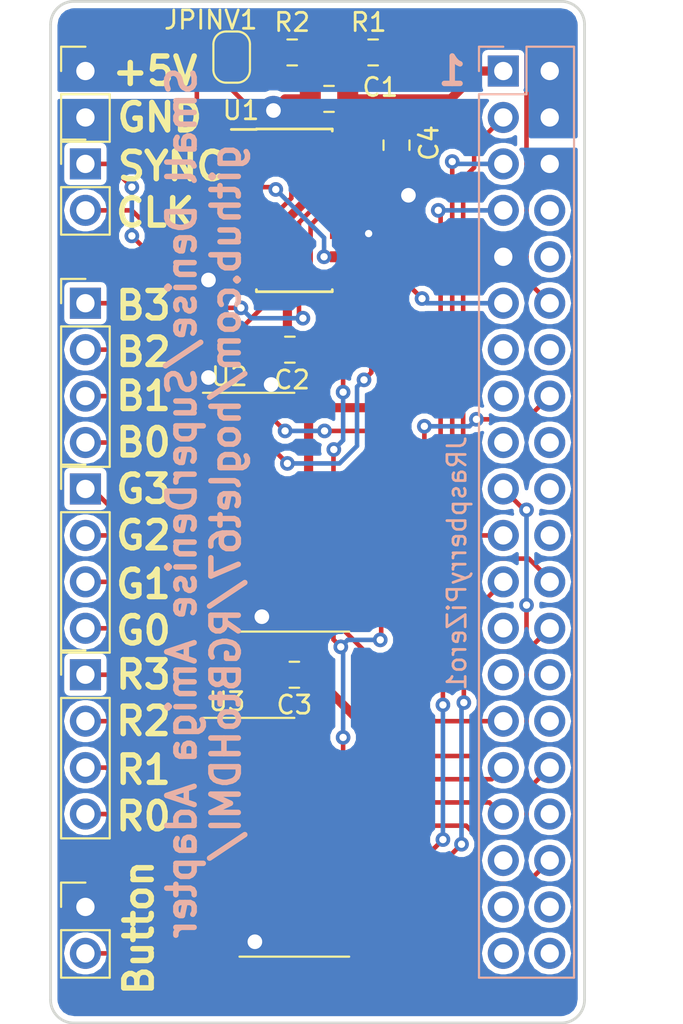
<source format=kicad_pcb>
(kicad_pcb (version 20171130) (host pcbnew "(5.0.0)")

  (general
    (thickness 1.6)
    (drawings 27)
    (tracks 337)
    (zones 0)
    (modules 17)
    (nets 60)
  )

  (page A4)
  (layers
    (0 F.Cu signal)
    (31 B.Cu signal)
    (32 B.Adhes user)
    (33 F.Adhes user)
    (34 B.Paste user)
    (35 F.Paste user)
    (36 B.SilkS user)
    (37 F.SilkS user)
    (38 B.Mask user)
    (39 F.Mask user)
    (40 Dwgs.User user)
    (41 Cmts.User user)
    (42 Eco1.User user)
    (43 Eco2.User user)
    (44 Edge.Cuts user)
    (45 Margin user)
    (46 B.CrtYd user)
    (47 F.CrtYd user)
    (48 B.Fab user)
    (49 F.Fab user)
  )

  (setup
    (last_trace_width 0.25)
    (user_trace_width 0.5)
    (trace_clearance 0.2)
    (zone_clearance 0.3)
    (zone_45_only no)
    (trace_min 0.2)
    (segment_width 0.2)
    (edge_width 0.15)
    (via_size 0.8)
    (via_drill 0.4)
    (via_min_size 0.4)
    (via_min_drill 0.3)
    (user_via 1.6 0.8)
    (uvia_size 0.3)
    (uvia_drill 0.1)
    (uvias_allowed no)
    (uvia_min_size 0.2)
    (uvia_min_drill 0.1)
    (pcb_text_width 0.3)
    (pcb_text_size 1.5 1.5)
    (mod_edge_width 0.15)
    (mod_text_size 1 1)
    (mod_text_width 0.15)
    (pad_size 1.524 1.524)
    (pad_drill 0.762)
    (pad_to_mask_clearance 0.2)
    (aux_axis_origin 0 0)
    (visible_elements 7FFFFFFF)
    (pcbplotparams
      (layerselection 0x010f0_ffffffff)
      (usegerberextensions false)
      (usegerberattributes false)
      (usegerberadvancedattributes false)
      (creategerberjobfile false)
      (excludeedgelayer true)
      (linewidth 0.100000)
      (plotframeref false)
      (viasonmask false)
      (mode 1)
      (useauxorigin false)
      (hpglpennumber 1)
      (hpglpenspeed 20)
      (hpglpendiameter 15.000000)
      (psnegative false)
      (psa4output false)
      (plotreference true)
      (plotvalue true)
      (plotinvisibletext false)
      (padsonsilk false)
      (subtractmaskfromsilk false)
      (outputformat 1)
      (mirror false)
      (drillshape 0)
      (scaleselection 1)
      (outputdirectory "./gerber"))
  )

  (net 0 "")
  (net 1 GND)
  (net 2 +3V3)
  (net 3 /B0)
  (net 4 /R3)
  (net 5 /R2)
  (net 6 /R1)
  (net 7 /R0)
  (net 8 +5V)
  (net 9 /CDAC)
  (net 10 /CSYNC)
  (net 11 /G3)
  (net 12 /G2)
  (net 13 /G1)
  (net 14 /G0)
  (net 15 /B3)
  (net 16 /B2)
  (net 17 /B1)
  (net 18 /PiCLK)
  (net 19 /PiCSYNC)
  (net 20 /PiR3)
  (net 21 /PiR2)
  (net 22 /PiR1)
  (net 23 "Net-(JRaspberryPiZero1-Pad13)")
  (net 24 /PiR0)
  (net 25 "Net-(JRaspberryPiZero1-Pad17)")
  (net 26 /PiG3)
  (net 27 /PiG2)
  (net 28 /PiG1)
  (net 29 /PiG0)
  (net 30 /PiB3)
  (net 31 /PiB2)
  (net 32 /PiB1)
  (net 33 /PiB0)
  (net 34 "Net-(JRaspberryPiZero1-Pad8)")
  (net 35 "Net-(JRaspberryPiZero1-Pad10)")
  (net 36 "Net-(JRaspberryPiZero1-Pad12)")
  (net 37 "Net-(JRaspberryPiZero1-Pad18)")
  (net 38 "Net-(JRaspberryPiZero1-Pad22)")
  (net 39 "Net-(U1-Pad11)")
  (net 40 "Net-(JRaspberryPiZero1-Pad14)")
  (net 41 "Net-(JRaspberryPiZero1-Pad15)")
  (net 42 "Net-(JRaspberryPiZero1-Pad20)")
  (net 43 "Net-(JRaspberryPiZero1-Pad25)")
  (net 44 "Net-(JRaspberryPiZero1-Pad27)")
  (net 45 "Net-(JRaspberryPiZero1-Pad28)")
  (net 46 "Net-(JRaspberryPiZero1-Pad30)")
  (net 47 "Net-(JRaspberryPiZero1-Pad34)")
  (net 48 "Net-(JRaspberryPiZero1-Pad39)")
  (net 49 "Net-(JRaspberryPiZero1-Pad40)")
  (net 50 "Net-(JRaspberryPiZero1-Pad35)")
  (net 51 "Net-(JRaspberryPiZero1-Pad38)")
  (net 52 "Net-(JButton1-Pad2)")
  (net 53 "Net-(U1-Pad2)")
  (net 54 "Net-(JRaspberryPiZero1-Pad37)")
  (net 55 "Net-(U1-Pad3)")
  (net 56 "Net-(JPINV1-Pad1)")
  (net 57 "Net-(U1-Pad13)")
  (net 58 "Net-(U3-Pad12)")
  (net 59 "Net-(U3-Pad13)")

  (net_class Default "Dies ist die voreingestellte Netzklasse."
    (clearance 0.2)
    (trace_width 0.25)
    (via_dia 0.8)
    (via_drill 0.4)
    (uvia_dia 0.3)
    (uvia_drill 0.1)
    (add_net +3V3)
    (add_net +5V)
    (add_net /B0)
    (add_net /B1)
    (add_net /B2)
    (add_net /B3)
    (add_net /CDAC)
    (add_net /CSYNC)
    (add_net /G0)
    (add_net /G1)
    (add_net /G2)
    (add_net /G3)
    (add_net /PiB0)
    (add_net /PiB1)
    (add_net /PiB2)
    (add_net /PiB3)
    (add_net /PiCLK)
    (add_net /PiCSYNC)
    (add_net /PiG0)
    (add_net /PiG1)
    (add_net /PiG2)
    (add_net /PiG3)
    (add_net /PiR0)
    (add_net /PiR1)
    (add_net /PiR2)
    (add_net /PiR3)
    (add_net /R0)
    (add_net /R1)
    (add_net /R2)
    (add_net /R3)
    (add_net GND)
    (add_net "Net-(JButton1-Pad2)")
    (add_net "Net-(JPINV1-Pad1)")
    (add_net "Net-(JRaspberryPiZero1-Pad10)")
    (add_net "Net-(JRaspberryPiZero1-Pad12)")
    (add_net "Net-(JRaspberryPiZero1-Pad13)")
    (add_net "Net-(JRaspberryPiZero1-Pad14)")
    (add_net "Net-(JRaspberryPiZero1-Pad15)")
    (add_net "Net-(JRaspberryPiZero1-Pad17)")
    (add_net "Net-(JRaspberryPiZero1-Pad18)")
    (add_net "Net-(JRaspberryPiZero1-Pad20)")
    (add_net "Net-(JRaspberryPiZero1-Pad22)")
    (add_net "Net-(JRaspberryPiZero1-Pad25)")
    (add_net "Net-(JRaspberryPiZero1-Pad27)")
    (add_net "Net-(JRaspberryPiZero1-Pad28)")
    (add_net "Net-(JRaspberryPiZero1-Pad30)")
    (add_net "Net-(JRaspberryPiZero1-Pad34)")
    (add_net "Net-(JRaspberryPiZero1-Pad35)")
    (add_net "Net-(JRaspberryPiZero1-Pad37)")
    (add_net "Net-(JRaspberryPiZero1-Pad38)")
    (add_net "Net-(JRaspberryPiZero1-Pad39)")
    (add_net "Net-(JRaspberryPiZero1-Pad40)")
    (add_net "Net-(JRaspberryPiZero1-Pad8)")
    (add_net "Net-(U1-Pad11)")
    (add_net "Net-(U1-Pad13)")
    (add_net "Net-(U1-Pad2)")
    (add_net "Net-(U1-Pad3)")
    (add_net "Net-(U3-Pad12)")
    (add_net "Net-(U3-Pad13)")
  )

  (module Package_SO:SO-20_12.8x7.5mm_P1.27mm (layer F.Cu) (tedit 5A02F2D3) (tstamp 5FE28E10)
    (at 191.77 90.17)
    (descr "SO-20, 12.8x7.5mm, https://www.nxp.com/docs/en/data-sheet/SA605.pdf")
    (tags "S0-20 ")
    (path /5F56462A)
    (attr smd)
    (fp_text reference U2 (at -3.556 -7.42) (layer F.SilkS)
      (effects (font (size 1 1) (thickness 0.15)))
    )
    (fp_text value 74LVC574 (at 0 7.99) (layer F.Fab)
      (effects (font (size 1 1) (thickness 0.15)))
    )
    (fp_text user %R (at 0 0) (layer F.Fab)
      (effects (font (size 1 1) (thickness 0.15)))
    )
    (fp_line (start -5.7 6.7) (end -5.7 -6.7) (layer F.CrtYd) (width 0.05))
    (fp_line (start 5.7 6.7) (end -5.7 6.7) (layer F.CrtYd) (width 0.05))
    (fp_line (start 5.7 -6.7) (end 5.7 6.7) (layer F.CrtYd) (width 0.05))
    (fp_line (start -5.7 -6.7) (end 5.7 -6.7) (layer F.CrtYd) (width 0.05))
    (fp_line (start -5 -6.53) (end 0 -6.53) (layer F.SilkS) (width 0.12))
    (fp_line (start -3 6.53) (end 3 6.53) (layer F.SilkS) (width 0.12))
    (fp_line (start -2.2 -5.4) (end -1.2 -6.4) (layer F.Fab) (width 0.1))
    (fp_line (start -2.2 6.4) (end -2.2 -5.4) (layer F.Fab) (width 0.1))
    (fp_line (start 2.2 6.4) (end -2.2 6.4) (layer F.Fab) (width 0.1))
    (fp_line (start 2.2 -6.4) (end 2.2 6.4) (layer F.Fab) (width 0.1))
    (fp_line (start -1.2 -6.4) (end 2.2 -6.4) (layer F.Fab) (width 0.1))
    (pad 20 smd rect (at 4.75 -5.715) (size 1.5 0.6) (layers F.Cu F.Paste F.Mask)
      (net 2 +3V3))
    (pad 19 smd rect (at 4.75 -4.445) (size 1.5 0.6) (layers F.Cu F.Paste F.Mask)
      (net 53 "Net-(U1-Pad2)"))
    (pad 18 smd rect (at 4.75 -3.175) (size 1.5 0.6) (layers F.Cu F.Paste F.Mask)
      (net 19 /PiCSYNC))
    (pad 17 smd rect (at 4.75 -1.905) (size 1.5 0.6) (layers F.Cu F.Paste F.Mask)
      (net 30 /PiB3))
    (pad 16 smd rect (at 4.75 -0.635) (size 1.5 0.6) (layers F.Cu F.Paste F.Mask)
      (net 31 /PiB2))
    (pad 15 smd rect (at 4.75 0.635) (size 1.5 0.6) (layers F.Cu F.Paste F.Mask)
      (net 32 /PiB1))
    (pad 14 smd rect (at 4.75 1.905) (size 1.5 0.6) (layers F.Cu F.Paste F.Mask)
      (net 33 /PiB0))
    (pad 13 smd rect (at 4.75 3.175) (size 1.5 0.6) (layers F.Cu F.Paste F.Mask)
      (net 26 /PiG3))
    (pad 12 smd rect (at 4.75 4.445) (size 1.5 0.6) (layers F.Cu F.Paste F.Mask)
      (net 27 /PiG2))
    (pad 11 smd rect (at 4.75 5.715) (size 1.5 0.6) (layers F.Cu F.Paste F.Mask)
      (net 39 "Net-(U1-Pad11)"))
    (pad 10 smd rect (at -4.75 5.715) (size 1.5 0.6) (layers F.Cu F.Paste F.Mask)
      (net 1 GND))
    (pad 9 smd rect (at -4.75 4.445) (size 1.5 0.6) (layers F.Cu F.Paste F.Mask)
      (net 12 /G2))
    (pad 8 smd rect (at -4.75 3.175) (size 1.5 0.6) (layers F.Cu F.Paste F.Mask)
      (net 11 /G3))
    (pad 7 smd rect (at -4.75 1.905) (size 1.5 0.6) (layers F.Cu F.Paste F.Mask)
      (net 3 /B0))
    (pad 1 smd rect (at -4.75 -5.715) (size 1.5 0.6) (layers F.Cu F.Paste F.Mask)
      (net 1 GND))
    (pad 2 smd rect (at -4.75 -4.445) (size 1.5 0.6) (layers F.Cu F.Paste F.Mask)
      (net 18 /PiCLK))
    (pad 3 smd rect (at -4.75 -3.175) (size 1.5 0.6) (layers F.Cu F.Paste F.Mask)
      (net 10 /CSYNC))
    (pad 4 smd rect (at -4.75 -1.905) (size 1.5 0.6) (layers F.Cu F.Paste F.Mask)
      (net 15 /B3))
    (pad 5 smd rect (at -4.75 -0.635) (size 1.5 0.6) (layers F.Cu F.Paste F.Mask)
      (net 16 /B2))
    (pad 6 smd rect (at -4.75 0.635) (size 1.5 0.6) (layers F.Cu F.Paste F.Mask)
      (net 17 /B1))
    (model ${KISYS3DMOD}/Package_SO.3dshapes/SO-20_12.8x7.5mm_P1.27mm.wrl
      (at (xyz 0 0 0))
      (scale (xyz 1 1 1))
      (rotate (xyz 0 0 0))
    )
  )

  (module Capacitor_SMD:C_0805_2012Metric_Pad1.15x1.40mm_HandSolder (layer F.Cu) (tedit 5B36C52B) (tstamp 5FD6558A)
    (at 191.525 81.28 180)
    (descr "Capacitor SMD 0805 (2012 Metric), square (rectangular) end terminal, IPC_7351 nominal with elongated pad for handsoldering. (Body size source: https://docs.google.com/spreadsheets/d/1BsfQQcO9C6DZCsRaXUlFlo91Tg2WpOkGARC1WS5S8t0/edit?usp=sharing), generated with kicad-footprint-generator")
    (tags "capacitor handsolder")
    (path /5FE101EB)
    (attr smd)
    (fp_text reference C2 (at -0.118 -1.65 180) (layer F.SilkS)
      (effects (font (size 1 1) (thickness 0.15)))
    )
    (fp_text value 100nF (at 0 1.65 180) (layer F.Fab)
      (effects (font (size 1 1) (thickness 0.15)))
    )
    (fp_line (start -1 0.6) (end -1 -0.6) (layer F.Fab) (width 0.1))
    (fp_line (start -1 -0.6) (end 1 -0.6) (layer F.Fab) (width 0.1))
    (fp_line (start 1 -0.6) (end 1 0.6) (layer F.Fab) (width 0.1))
    (fp_line (start 1 0.6) (end -1 0.6) (layer F.Fab) (width 0.1))
    (fp_line (start -0.261252 -0.71) (end 0.261252 -0.71) (layer F.SilkS) (width 0.12))
    (fp_line (start -0.261252 0.71) (end 0.261252 0.71) (layer F.SilkS) (width 0.12))
    (fp_line (start -1.85 0.95) (end -1.85 -0.95) (layer F.CrtYd) (width 0.05))
    (fp_line (start -1.85 -0.95) (end 1.85 -0.95) (layer F.CrtYd) (width 0.05))
    (fp_line (start 1.85 -0.95) (end 1.85 0.95) (layer F.CrtYd) (width 0.05))
    (fp_line (start 1.85 0.95) (end -1.85 0.95) (layer F.CrtYd) (width 0.05))
    (fp_text user %R (at 0 0 180) (layer F.Fab)
      (effects (font (size 0.5 0.5) (thickness 0.08)))
    )
    (pad 1 smd roundrect (at -1.025 0 180) (size 1.15 1.4) (layers F.Cu F.Paste F.Mask) (roundrect_rratio 0.217391)
      (net 2 +3V3))
    (pad 2 smd roundrect (at 1.025 0 180) (size 1.15 1.4) (layers F.Cu F.Paste F.Mask) (roundrect_rratio 0.217391)
      (net 1 GND))
    (model ${KISYS3DMOD}/Capacitor_SMD.3dshapes/C_0805_2012Metric.wrl
      (at (xyz 0 0 0))
      (scale (xyz 1 1 1))
      (rotate (xyz 0 0 0))
    )
  )

  (module Capacitor_SMD:C_0805_2012Metric_Pad1.15x1.40mm_HandSolder (layer F.Cu) (tedit 5B36C52B) (tstamp 5FE28CCD)
    (at 193.666 67.564 180)
    (descr "Capacitor SMD 0805 (2012 Metric), square (rectangular) end terminal, IPC_7351 nominal with elongated pad for handsoldering. (Body size source: https://docs.google.com/spreadsheets/d/1BsfQQcO9C6DZCsRaXUlFlo91Tg2WpOkGARC1WS5S8t0/edit?usp=sharing), generated with kicad-footprint-generator")
    (tags "capacitor handsolder")
    (path /5FE10161)
    (attr smd)
    (fp_text reference C1 (at -2.803 0.635 180) (layer F.SilkS)
      (effects (font (size 1 1) (thickness 0.15)))
    )
    (fp_text value 100nF (at 0 1.65 180) (layer F.Fab)
      (effects (font (size 1 1) (thickness 0.15)))
    )
    (fp_text user %R (at 0 0 180) (layer F.Fab)
      (effects (font (size 0.5 0.5) (thickness 0.08)))
    )
    (fp_line (start 1.85 0.95) (end -1.85 0.95) (layer F.CrtYd) (width 0.05))
    (fp_line (start 1.85 -0.95) (end 1.85 0.95) (layer F.CrtYd) (width 0.05))
    (fp_line (start -1.85 -0.95) (end 1.85 -0.95) (layer F.CrtYd) (width 0.05))
    (fp_line (start -1.85 0.95) (end -1.85 -0.95) (layer F.CrtYd) (width 0.05))
    (fp_line (start -0.261252 0.71) (end 0.261252 0.71) (layer F.SilkS) (width 0.12))
    (fp_line (start -0.261252 -0.71) (end 0.261252 -0.71) (layer F.SilkS) (width 0.12))
    (fp_line (start 1 0.6) (end -1 0.6) (layer F.Fab) (width 0.1))
    (fp_line (start 1 -0.6) (end 1 0.6) (layer F.Fab) (width 0.1))
    (fp_line (start -1 -0.6) (end 1 -0.6) (layer F.Fab) (width 0.1))
    (fp_line (start -1 0.6) (end -1 -0.6) (layer F.Fab) (width 0.1))
    (pad 2 smd roundrect (at 1.025 0 180) (size 1.15 1.4) (layers F.Cu F.Paste F.Mask) (roundrect_rratio 0.217391)
      (net 1 GND))
    (pad 1 smd roundrect (at -1.025 0 180) (size 1.15 1.4) (layers F.Cu F.Paste F.Mask) (roundrect_rratio 0.217391)
      (net 2 +3V3))
    (model ${KISYS3DMOD}/Capacitor_SMD.3dshapes/C_0805_2012Metric.wrl
      (at (xyz 0 0 0))
      (scale (xyz 1 1 1))
      (rotate (xyz 0 0 0))
    )
  )

  (module Capacitor_SMD:C_0805_2012Metric_Pad1.15x1.40mm_HandSolder (layer F.Cu) (tedit 5B36C52B) (tstamp 5FE28CEF)
    (at 191.77 99.06 180)
    (descr "Capacitor SMD 0805 (2012 Metric), square (rectangular) end terminal, IPC_7351 nominal with elongated pad for handsoldering. (Body size source: https://docs.google.com/spreadsheets/d/1BsfQQcO9C6DZCsRaXUlFlo91Tg2WpOkGARC1WS5S8t0/edit?usp=sharing), generated with kicad-footprint-generator")
    (tags "capacitor handsolder")
    (path /5FE1049B)
    (attr smd)
    (fp_text reference C3 (at 0 -1.65 180) (layer F.SilkS)
      (effects (font (size 1 1) (thickness 0.15)))
    )
    (fp_text value 100nF (at 0 1.65 180) (layer F.Fab)
      (effects (font (size 1 1) (thickness 0.15)))
    )
    (fp_text user %R (at 0 0 180) (layer F.Fab)
      (effects (font (size 0.5 0.5) (thickness 0.08)))
    )
    (fp_line (start 1.85 0.95) (end -1.85 0.95) (layer F.CrtYd) (width 0.05))
    (fp_line (start 1.85 -0.95) (end 1.85 0.95) (layer F.CrtYd) (width 0.05))
    (fp_line (start -1.85 -0.95) (end 1.85 -0.95) (layer F.CrtYd) (width 0.05))
    (fp_line (start -1.85 0.95) (end -1.85 -0.95) (layer F.CrtYd) (width 0.05))
    (fp_line (start -0.261252 0.71) (end 0.261252 0.71) (layer F.SilkS) (width 0.12))
    (fp_line (start -0.261252 -0.71) (end 0.261252 -0.71) (layer F.SilkS) (width 0.12))
    (fp_line (start 1 0.6) (end -1 0.6) (layer F.Fab) (width 0.1))
    (fp_line (start 1 -0.6) (end 1 0.6) (layer F.Fab) (width 0.1))
    (fp_line (start -1 -0.6) (end 1 -0.6) (layer F.Fab) (width 0.1))
    (fp_line (start -1 0.6) (end -1 -0.6) (layer F.Fab) (width 0.1))
    (pad 2 smd roundrect (at 1.025 0 180) (size 1.15 1.4) (layers F.Cu F.Paste F.Mask) (roundrect_rratio 0.217391)
      (net 1 GND))
    (pad 1 smd roundrect (at -1.025 0 180) (size 1.15 1.4) (layers F.Cu F.Paste F.Mask) (roundrect_rratio 0.217391)
      (net 2 +3V3))
    (model ${KISYS3DMOD}/Capacitor_SMD.3dshapes/C_0805_2012Metric.wrl
      (at (xyz 0 0 0))
      (scale (xyz 1 1 1))
      (rotate (xyz 0 0 0))
    )
  )

  (module Capacitor_SMD:C_0805_2012Metric_Pad1.15x1.40mm_HandSolder (layer F.Cu) (tedit 5B36C52B) (tstamp 5FE28D00)
    (at 197.358 70.095 270)
    (descr "Capacitor SMD 0805 (2012 Metric), square (rectangular) end terminal, IPC_7351 nominal with elongated pad for handsoldering. (Body size source: https://docs.google.com/spreadsheets/d/1BsfQQcO9C6DZCsRaXUlFlo91Tg2WpOkGARC1WS5S8t0/edit?usp=sharing), generated with kicad-footprint-generator")
    (tags "capacitor handsolder")
    (path /5FE100A9)
    (attr smd)
    (fp_text reference C4 (at -0.118 -1.778 270) (layer F.SilkS)
      (effects (font (size 1 1) (thickness 0.15)))
    )
    (fp_text value 10uF (at 0 1.65 270) (layer F.Fab)
      (effects (font (size 1 1) (thickness 0.15)))
    )
    (fp_line (start -1 0.6) (end -1 -0.6) (layer F.Fab) (width 0.1))
    (fp_line (start -1 -0.6) (end 1 -0.6) (layer F.Fab) (width 0.1))
    (fp_line (start 1 -0.6) (end 1 0.6) (layer F.Fab) (width 0.1))
    (fp_line (start 1 0.6) (end -1 0.6) (layer F.Fab) (width 0.1))
    (fp_line (start -0.261252 -0.71) (end 0.261252 -0.71) (layer F.SilkS) (width 0.12))
    (fp_line (start -0.261252 0.71) (end 0.261252 0.71) (layer F.SilkS) (width 0.12))
    (fp_line (start -1.85 0.95) (end -1.85 -0.95) (layer F.CrtYd) (width 0.05))
    (fp_line (start -1.85 -0.95) (end 1.85 -0.95) (layer F.CrtYd) (width 0.05))
    (fp_line (start 1.85 -0.95) (end 1.85 0.95) (layer F.CrtYd) (width 0.05))
    (fp_line (start 1.85 0.95) (end -1.85 0.95) (layer F.CrtYd) (width 0.05))
    (fp_text user %R (at 0 0 270) (layer F.Fab)
      (effects (font (size 0.5 0.5) (thickness 0.08)))
    )
    (pad 1 smd roundrect (at -1.025 0 270) (size 1.15 1.4) (layers F.Cu F.Paste F.Mask) (roundrect_rratio 0.217391)
      (net 2 +3V3))
    (pad 2 smd roundrect (at 1.025 0 270) (size 1.15 1.4) (layers F.Cu F.Paste F.Mask) (roundrect_rratio 0.217391)
      (net 1 GND))
    (model ${KISYS3DMOD}/Capacitor_SMD.3dshapes/C_0805_2012Metric.wrl
      (at (xyz 0 0 0))
      (scale (xyz 1 1 1))
      (rotate (xyz 0 0 0))
    )
  )

  (module Jumper:SolderJumper-2_P1.3mm_Open_RoundedPad1.0x1.5mm (layer F.Cu) (tedit 5B391E66) (tstamp 5FE28D69)
    (at 188.341 65.278 270)
    (descr "SMD Solder Jumper, 1x1.5mm, rounded Pads, 0.3mm gap, open")
    (tags "solder jumper open")
    (path /5FE559B5)
    (attr virtual)
    (fp_text reference JPINV1 (at -2.032 1.143) (layer F.SilkS)
      (effects (font (size 1 1) (thickness 0.15)))
    )
    (fp_text value Jumper (at 0 1.9 270) (layer F.Fab)
      (effects (font (size 1 1) (thickness 0.15)))
    )
    (fp_arc (start 0.7 -0.3) (end 1.4 -0.3) (angle -90) (layer F.SilkS) (width 0.12))
    (fp_arc (start 0.7 0.3) (end 0.7 1) (angle -90) (layer F.SilkS) (width 0.12))
    (fp_arc (start -0.7 0.3) (end -1.4 0.3) (angle -90) (layer F.SilkS) (width 0.12))
    (fp_arc (start -0.7 -0.3) (end -0.7 -1) (angle -90) (layer F.SilkS) (width 0.12))
    (fp_line (start -1.4 0.3) (end -1.4 -0.3) (layer F.SilkS) (width 0.12))
    (fp_line (start 0.7 1) (end -0.7 1) (layer F.SilkS) (width 0.12))
    (fp_line (start 1.4 -0.3) (end 1.4 0.3) (layer F.SilkS) (width 0.12))
    (fp_line (start -0.7 -1) (end 0.7 -1) (layer F.SilkS) (width 0.12))
    (fp_line (start -1.65 -1.25) (end 1.65 -1.25) (layer F.CrtYd) (width 0.05))
    (fp_line (start -1.65 -1.25) (end -1.65 1.25) (layer F.CrtYd) (width 0.05))
    (fp_line (start 1.65 1.25) (end 1.65 -1.25) (layer F.CrtYd) (width 0.05))
    (fp_line (start 1.65 1.25) (end -1.65 1.25) (layer F.CrtYd) (width 0.05))
    (pad 1 smd custom (at -0.65 0 270) (size 1 0.5) (layers F.Cu F.Mask)
      (net 56 "Net-(JPINV1-Pad1)") (zone_connect 0)
      (options (clearance outline) (anchor rect))
      (primitives
        (gr_circle (center 0 0.25) (end 0.5 0.25) (width 0))
        (gr_circle (center 0 -0.25) (end 0.5 -0.25) (width 0))
        (gr_poly (pts
           (xy 0 -0.75) (xy 0.5 -0.75) (xy 0.5 0.75) (xy 0 0.75)) (width 0))
      ))
    (pad 2 smd custom (at 0.65 0 270) (size 1 0.5) (layers F.Cu F.Mask)
      (net 2 +3V3) (zone_connect 0)
      (options (clearance outline) (anchor rect))
      (primitives
        (gr_circle (center 0 0.25) (end 0.5 0.25) (width 0))
        (gr_circle (center 0 -0.25) (end 0.5 -0.25) (width 0))
        (gr_poly (pts
           (xy 0 -0.75) (xy -0.5 -0.75) (xy -0.5 0.75) (xy 0 0.75)) (width 0))
      ))
  )

  (module Connector_PinSocket_2.54mm:PinSocket_2x20_P2.54mm_Vertical (layer B.Cu) (tedit 5A19A433) (tstamp 5FE29372)
    (at 203.2 66.04 180)
    (descr "Through hole straight socket strip, 2x20, 2.54mm pitch, double cols (from Kicad 4.0.7), script generated")
    (tags "Through hole socket strip THT 2x20 2.54mm double row")
    (path /5F2A889B)
    (fp_text reference JRaspberryPiZero1 (at 2.54 -26.924 270) (layer B.SilkS)
      (effects (font (size 1 1) (thickness 0.15)) (justify mirror))
    )
    (fp_text value Conn_02x20_Odd_Even (at -1.27 -51.03 180) (layer B.Fab)
      (effects (font (size 1 1) (thickness 0.15)) (justify mirror))
    )
    (fp_line (start -3.81 1.27) (end 0.27 1.27) (layer B.Fab) (width 0.1))
    (fp_line (start 0.27 1.27) (end 1.27 0.27) (layer B.Fab) (width 0.1))
    (fp_line (start 1.27 0.27) (end 1.27 -49.53) (layer B.Fab) (width 0.1))
    (fp_line (start 1.27 -49.53) (end -3.81 -49.53) (layer B.Fab) (width 0.1))
    (fp_line (start -3.81 -49.53) (end -3.81 1.27) (layer B.Fab) (width 0.1))
    (fp_line (start -3.87 1.33) (end -1.27 1.33) (layer B.SilkS) (width 0.12))
    (fp_line (start -3.87 1.33) (end -3.87 -49.59) (layer B.SilkS) (width 0.12))
    (fp_line (start -3.87 -49.59) (end 1.33 -49.59) (layer B.SilkS) (width 0.12))
    (fp_line (start 1.33 -1.27) (end 1.33 -49.59) (layer B.SilkS) (width 0.12))
    (fp_line (start -1.27 -1.27) (end 1.33 -1.27) (layer B.SilkS) (width 0.12))
    (fp_line (start -1.27 1.33) (end -1.27 -1.27) (layer B.SilkS) (width 0.12))
    (fp_line (start 1.33 1.33) (end 1.33 0) (layer B.SilkS) (width 0.12))
    (fp_line (start 0 1.33) (end 1.33 1.33) (layer B.SilkS) (width 0.12))
    (fp_line (start -4.34 1.8) (end 1.76 1.8) (layer B.CrtYd) (width 0.05))
    (fp_line (start 1.76 1.8) (end 1.76 -50) (layer B.CrtYd) (width 0.05))
    (fp_line (start 1.76 -50) (end -4.34 -50) (layer B.CrtYd) (width 0.05))
    (fp_line (start -4.34 -50) (end -4.34 1.8) (layer B.CrtYd) (width 0.05))
    (fp_text user %R (at -1.27 -24.13 90) (layer B.Fab)
      (effects (font (size 1 1) (thickness 0.15)) (justify mirror))
    )
    (pad 1 thru_hole rect (at 0 0 180) (size 1.7 1.7) (drill 1) (layers *.Cu *.Mask)
      (net 2 +3V3))
    (pad 2 thru_hole oval (at -2.54 0 180) (size 1.7 1.7) (drill 1) (layers *.Cu *.Mask)
      (net 8 +5V))
    (pad 3 thru_hole oval (at 0 -2.54 180) (size 1.7 1.7) (drill 1) (layers *.Cu *.Mask)
      (net 33 /PiB0))
    (pad 4 thru_hole oval (at -2.54 -2.54 180) (size 1.7 1.7) (drill 1) (layers *.Cu *.Mask)
      (net 8 +5V))
    (pad 5 thru_hole oval (at 0 -5.08 180) (size 1.7 1.7) (drill 1) (layers *.Cu *.Mask)
      (net 32 /PiB1))
    (pad 6 thru_hole oval (at -2.54 -5.08 180) (size 1.7 1.7) (drill 1) (layers *.Cu *.Mask)
      (net 1 GND))
    (pad 7 thru_hole oval (at 0 -7.62 180) (size 1.7 1.7) (drill 1) (layers *.Cu *.Mask)
      (net 31 /PiB2))
    (pad 8 thru_hole oval (at -2.54 -7.62 180) (size 1.7 1.7) (drill 1) (layers *.Cu *.Mask)
      (net 34 "Net-(JRaspberryPiZero1-Pad8)"))
    (pad 9 thru_hole oval (at 0 -10.16 180) (size 1.7 1.7) (drill 1) (layers *.Cu *.Mask)
      (net 1 GND))
    (pad 10 thru_hole oval (at -2.54 -10.16 180) (size 1.7 1.7) (drill 1) (layers *.Cu *.Mask)
      (net 35 "Net-(JRaspberryPiZero1-Pad10)"))
    (pad 11 thru_hole oval (at 0 -12.7 180) (size 1.7 1.7) (drill 1) (layers *.Cu *.Mask)
      (net 18 /PiCLK))
    (pad 12 thru_hole oval (at -2.54 -12.7 180) (size 1.7 1.7) (drill 1) (layers *.Cu *.Mask)
      (net 36 "Net-(JRaspberryPiZero1-Pad12)"))
    (pad 13 thru_hole oval (at 0 -15.24 180) (size 1.7 1.7) (drill 1) (layers *.Cu *.Mask)
      (net 23 "Net-(JRaspberryPiZero1-Pad13)"))
    (pad 14 thru_hole oval (at -2.54 -15.24 180) (size 1.7 1.7) (drill 1) (layers *.Cu *.Mask)
      (net 40 "Net-(JRaspberryPiZero1-Pad14)"))
    (pad 15 thru_hole oval (at 0 -17.78 180) (size 1.7 1.7) (drill 1) (layers *.Cu *.Mask)
      (net 41 "Net-(JRaspberryPiZero1-Pad15)"))
    (pad 16 thru_hole oval (at -2.54 -17.78 180) (size 1.7 1.7) (drill 1) (layers *.Cu *.Mask)
      (net 19 /PiCSYNC))
    (pad 17 thru_hole oval (at 0 -20.32 180) (size 1.7 1.7) (drill 1) (layers *.Cu *.Mask)
      (net 25 "Net-(JRaspberryPiZero1-Pad17)"))
    (pad 18 thru_hole oval (at -2.54 -20.32 180) (size 1.7 1.7) (drill 1) (layers *.Cu *.Mask)
      (net 37 "Net-(JRaspberryPiZero1-Pad18)"))
    (pad 19 thru_hole oval (at 0 -22.86 180) (size 1.7 1.7) (drill 1) (layers *.Cu *.Mask)
      (net 24 /PiR0))
    (pad 20 thru_hole oval (at -2.54 -22.86 180) (size 1.7 1.7) (drill 1) (layers *.Cu *.Mask)
      (net 42 "Net-(JRaspberryPiZero1-Pad20)"))
    (pad 21 thru_hole oval (at 0 -25.4 180) (size 1.7 1.7) (drill 1) (layers *.Cu *.Mask)
      (net 26 /PiG3))
    (pad 22 thru_hole oval (at -2.54 -25.4 180) (size 1.7 1.7) (drill 1) (layers *.Cu *.Mask)
      (net 38 "Net-(JRaspberryPiZero1-Pad22)"))
    (pad 23 thru_hole oval (at 0 -27.94 180) (size 1.7 1.7) (drill 1) (layers *.Cu *.Mask)
      (net 22 /PiR1))
    (pad 24 thru_hole oval (at -2.54 -27.94 180) (size 1.7 1.7) (drill 1) (layers *.Cu *.Mask)
      (net 27 /PiG2))
    (pad 25 thru_hole oval (at 0 -30.48 180) (size 1.7 1.7) (drill 1) (layers *.Cu *.Mask)
      (net 43 "Net-(JRaspberryPiZero1-Pad25)"))
    (pad 26 thru_hole oval (at -2.54 -30.48 180) (size 1.7 1.7) (drill 1) (layers *.Cu *.Mask)
      (net 28 /PiG1))
    (pad 27 thru_hole oval (at 0 -33.02 180) (size 1.7 1.7) (drill 1) (layers *.Cu *.Mask)
      (net 44 "Net-(JRaspberryPiZero1-Pad27)"))
    (pad 28 thru_hole oval (at -2.54 -33.02 180) (size 1.7 1.7) (drill 1) (layers *.Cu *.Mask)
      (net 45 "Net-(JRaspberryPiZero1-Pad28)"))
    (pad 29 thru_hole oval (at 0 -35.56 180) (size 1.7 1.7) (drill 1) (layers *.Cu *.Mask)
      (net 30 /PiB3))
    (pad 30 thru_hole oval (at -2.54 -35.56 180) (size 1.7 1.7) (drill 1) (layers *.Cu *.Mask)
      (net 46 "Net-(JRaspberryPiZero1-Pad30)"))
    (pad 31 thru_hole oval (at 0 -38.1 180) (size 1.7 1.7) (drill 1) (layers *.Cu *.Mask)
      (net 29 /PiG0))
    (pad 32 thru_hole oval (at -2.54 -38.1 180) (size 1.7 1.7) (drill 1) (layers *.Cu *.Mask)
      (net 21 /PiR2))
    (pad 33 thru_hole oval (at 0 -40.64 180) (size 1.7 1.7) (drill 1) (layers *.Cu *.Mask)
      (net 20 /PiR3))
    (pad 34 thru_hole oval (at -2.54 -40.64 180) (size 1.7 1.7) (drill 1) (layers *.Cu *.Mask)
      (net 47 "Net-(JRaspberryPiZero1-Pad34)"))
    (pad 35 thru_hole oval (at 0 -43.18 180) (size 1.7 1.7) (drill 1) (layers *.Cu *.Mask)
      (net 50 "Net-(JRaspberryPiZero1-Pad35)"))
    (pad 36 thru_hole oval (at -2.54 -43.18 180) (size 1.7 1.7) (drill 1) (layers *.Cu *.Mask)
      (net 52 "Net-(JButton1-Pad2)"))
    (pad 37 thru_hole oval (at 0 -45.72 180) (size 1.7 1.7) (drill 1) (layers *.Cu *.Mask)
      (net 54 "Net-(JRaspberryPiZero1-Pad37)"))
    (pad 38 thru_hole oval (at -2.54 -45.72 180) (size 1.7 1.7) (drill 1) (layers *.Cu *.Mask)
      (net 51 "Net-(JRaspberryPiZero1-Pad38)"))
    (pad 39 thru_hole oval (at 0 -48.26 180) (size 1.7 1.7) (drill 1) (layers *.Cu *.Mask)
      (net 48 "Net-(JRaspberryPiZero1-Pad39)"))
    (pad 40 thru_hole oval (at -2.54 -48.26 180) (size 1.7 1.7) (drill 1) (layers *.Cu *.Mask)
      (net 49 "Net-(JRaspberryPiZero1-Pad40)"))
    (model ${KISYS3DMOD}/Connector_PinSocket_2.54mm.3dshapes/PinSocket_2x20_P2.54mm_Vertical.wrl
      (at (xyz 0 0 0))
      (scale (xyz 1 1 1))
      (rotate (xyz 0 0 0))
    )
  )

  (module Resistor_SMD:R_0805_2012Metric_Pad1.15x1.40mm_HandSolder (layer F.Cu) (tedit 5B36C52B) (tstamp 5FE28DB8)
    (at 196.079 65.024 180)
    (descr "Resistor SMD 0805 (2012 Metric), square (rectangular) end terminal, IPC_7351 nominal with elongated pad for handsoldering. (Body size source: https://docs.google.com/spreadsheets/d/1BsfQQcO9C6DZCsRaXUlFlo91Tg2WpOkGARC1WS5S8t0/edit?usp=sharing), generated with kicad-footprint-generator")
    (tags "resistor handsolder")
    (path /5FA8375F)
    (attr smd)
    (fp_text reference R1 (at 0.245 1.651 180) (layer F.SilkS)
      (effects (font (size 1 1) (thickness 0.15)))
    )
    (fp_text value 3k3 (at 0 1.65 180) (layer F.Fab)
      (effects (font (size 1 1) (thickness 0.15)))
    )
    (fp_line (start -1 0.6) (end -1 -0.6) (layer F.Fab) (width 0.1))
    (fp_line (start -1 -0.6) (end 1 -0.6) (layer F.Fab) (width 0.1))
    (fp_line (start 1 -0.6) (end 1 0.6) (layer F.Fab) (width 0.1))
    (fp_line (start 1 0.6) (end -1 0.6) (layer F.Fab) (width 0.1))
    (fp_line (start -0.261252 -0.71) (end 0.261252 -0.71) (layer F.SilkS) (width 0.12))
    (fp_line (start -0.261252 0.71) (end 0.261252 0.71) (layer F.SilkS) (width 0.12))
    (fp_line (start -1.85 0.95) (end -1.85 -0.95) (layer F.CrtYd) (width 0.05))
    (fp_line (start -1.85 -0.95) (end 1.85 -0.95) (layer F.CrtYd) (width 0.05))
    (fp_line (start 1.85 -0.95) (end 1.85 0.95) (layer F.CrtYd) (width 0.05))
    (fp_line (start 1.85 0.95) (end -1.85 0.95) (layer F.CrtYd) (width 0.05))
    (fp_text user %R (at 0 0 180) (layer F.Fab)
      (effects (font (size 0.5 0.5) (thickness 0.08)))
    )
    (pad 1 smd roundrect (at -1.025 0 180) (size 1.15 1.4) (layers F.Cu F.Paste F.Mask) (roundrect_rratio 0.217391)
      (net 36 "Net-(JRaspberryPiZero1-Pad12)"))
    (pad 2 smd roundrect (at 1.025 0 180) (size 1.15 1.4) (layers F.Cu F.Paste F.Mask) (roundrect_rratio 0.217391)
      (net 1 GND))
    (model ${KISYS3DMOD}/Resistor_SMD.3dshapes/R_0805_2012Metric.wrl
      (at (xyz 0 0 0))
      (scale (xyz 1 1 1))
      (rotate (xyz 0 0 0))
    )
  )

  (module Resistor_SMD:R_0805_2012Metric_Pad1.15x1.40mm_HandSolder (layer F.Cu) (tedit 5B36C52B) (tstamp 5FE28DC9)
    (at 191.652 65.024)
    (descr "Resistor SMD 0805 (2012 Metric), square (rectangular) end terminal, IPC_7351 nominal with elongated pad for handsoldering. (Body size source: https://docs.google.com/spreadsheets/d/1BsfQQcO9C6DZCsRaXUlFlo91Tg2WpOkGARC1WS5S8t0/edit?usp=sharing), generated with kicad-footprint-generator")
    (tags "resistor handsolder")
    (path /5FE42AC5)
    (attr smd)
    (fp_text reference R2 (at 0 -1.65) (layer F.SilkS)
      (effects (font (size 1 1) (thickness 0.15)))
    )
    (fp_text value 10k (at 0 1.65) (layer F.Fab)
      (effects (font (size 1 1) (thickness 0.15)))
    )
    (fp_text user %R (at 0 0) (layer F.Fab)
      (effects (font (size 0.5 0.5) (thickness 0.08)))
    )
    (fp_line (start 1.85 0.95) (end -1.85 0.95) (layer F.CrtYd) (width 0.05))
    (fp_line (start 1.85 -0.95) (end 1.85 0.95) (layer F.CrtYd) (width 0.05))
    (fp_line (start -1.85 -0.95) (end 1.85 -0.95) (layer F.CrtYd) (width 0.05))
    (fp_line (start -1.85 0.95) (end -1.85 -0.95) (layer F.CrtYd) (width 0.05))
    (fp_line (start -0.261252 0.71) (end 0.261252 0.71) (layer F.SilkS) (width 0.12))
    (fp_line (start -0.261252 -0.71) (end 0.261252 -0.71) (layer F.SilkS) (width 0.12))
    (fp_line (start 1 0.6) (end -1 0.6) (layer F.Fab) (width 0.1))
    (fp_line (start 1 -0.6) (end 1 0.6) (layer F.Fab) (width 0.1))
    (fp_line (start -1 -0.6) (end 1 -0.6) (layer F.Fab) (width 0.1))
    (fp_line (start -1 0.6) (end -1 -0.6) (layer F.Fab) (width 0.1))
    (pad 2 smd roundrect (at 1.025 0) (size 1.15 1.4) (layers F.Cu F.Paste F.Mask) (roundrect_rratio 0.217391)
      (net 1 GND))
    (pad 1 smd roundrect (at -1.025 0) (size 1.15 1.4) (layers F.Cu F.Paste F.Mask) (roundrect_rratio 0.217391)
      (net 56 "Net-(JPINV1-Pad1)"))
    (model ${KISYS3DMOD}/Resistor_SMD.3dshapes/R_0805_2012Metric.wrl
      (at (xyz 0 0 0))
      (scale (xyz 1 1 1))
      (rotate (xyz 0 0 0))
    )
  )

  (module Package_SO:SOIC-14_3.9x8.7mm_P1.27mm (layer F.Cu) (tedit 5A02F2D3) (tstamp 5FE28DEC)
    (at 191.77 73.66)
    (descr "14-Lead Plastic Small Outline (SL) - Narrow, 3.90 mm Body [SOIC] (see Microchip Packaging Specification 00000049BS.pdf)")
    (tags "SOIC 1.27")
    (path /5F56435F)
    (attr smd)
    (fp_text reference U1 (at -2.921 -5.461) (layer F.SilkS)
      (effects (font (size 1 1) (thickness 0.15)))
    )
    (fp_text value 74LVC86 (at 0 5.375) (layer F.Fab)
      (effects (font (size 1 1) (thickness 0.15)))
    )
    (fp_text user %R (at 0 0) (layer F.Fab)
      (effects (font (size 0.9 0.9) (thickness 0.135)))
    )
    (fp_line (start -0.95 -4.35) (end 1.95 -4.35) (layer F.Fab) (width 0.15))
    (fp_line (start 1.95 -4.35) (end 1.95 4.35) (layer F.Fab) (width 0.15))
    (fp_line (start 1.95 4.35) (end -1.95 4.35) (layer F.Fab) (width 0.15))
    (fp_line (start -1.95 4.35) (end -1.95 -3.35) (layer F.Fab) (width 0.15))
    (fp_line (start -1.95 -3.35) (end -0.95 -4.35) (layer F.Fab) (width 0.15))
    (fp_line (start -3.7 -4.65) (end -3.7 4.65) (layer F.CrtYd) (width 0.05))
    (fp_line (start 3.7 -4.65) (end 3.7 4.65) (layer F.CrtYd) (width 0.05))
    (fp_line (start -3.7 -4.65) (end 3.7 -4.65) (layer F.CrtYd) (width 0.05))
    (fp_line (start -3.7 4.65) (end 3.7 4.65) (layer F.CrtYd) (width 0.05))
    (fp_line (start -2.075 -4.45) (end -2.075 -4.425) (layer F.SilkS) (width 0.15))
    (fp_line (start 2.075 -4.45) (end 2.075 -4.335) (layer F.SilkS) (width 0.15))
    (fp_line (start 2.075 4.45) (end 2.075 4.335) (layer F.SilkS) (width 0.15))
    (fp_line (start -2.075 4.45) (end -2.075 4.335) (layer F.SilkS) (width 0.15))
    (fp_line (start -2.075 -4.45) (end 2.075 -4.45) (layer F.SilkS) (width 0.15))
    (fp_line (start -2.075 4.45) (end 2.075 4.45) (layer F.SilkS) (width 0.15))
    (fp_line (start -2.075 -4.425) (end -3.45 -4.425) (layer F.SilkS) (width 0.15))
    (pad 1 smd rect (at -2.7 -3.81) (size 1.5 0.6) (layers F.Cu F.Paste F.Mask)
      (net 2 +3V3))
    (pad 2 smd rect (at -2.7 -2.54) (size 1.5 0.6) (layers F.Cu F.Paste F.Mask)
      (net 53 "Net-(U1-Pad2)"))
    (pad 3 smd rect (at -2.7 -1.27) (size 1.5 0.6) (layers F.Cu F.Paste F.Mask)
      (net 55 "Net-(U1-Pad3)"))
    (pad 4 smd rect (at -2.7 0) (size 1.5 0.6) (layers F.Cu F.Paste F.Mask)
      (net 56 "Net-(JPINV1-Pad1)"))
    (pad 5 smd rect (at -2.7 1.27) (size 1.5 0.6) (layers F.Cu F.Paste F.Mask)
      (net 9 /CDAC))
    (pad 6 smd rect (at -2.7 2.54) (size 1.5 0.6) (layers F.Cu F.Paste F.Mask)
      (net 57 "Net-(U1-Pad13)"))
    (pad 7 smd rect (at -2.7 3.81) (size 1.5 0.6) (layers F.Cu F.Paste F.Mask)
      (net 1 GND))
    (pad 8 smd rect (at 2.7 3.81) (size 1.5 0.6) (layers F.Cu F.Paste F.Mask)
      (net 18 /PiCLK))
    (pad 9 smd rect (at 2.7 2.54) (size 1.5 0.6) (layers F.Cu F.Paste F.Mask)
      (net 55 "Net-(U1-Pad3)"))
    (pad 10 smd rect (at 2.7 1.27) (size 1.5 0.6) (layers F.Cu F.Paste F.Mask)
      (net 1 GND))
    (pad 11 smd rect (at 2.7 0) (size 1.5 0.6) (layers F.Cu F.Paste F.Mask)
      (net 39 "Net-(U1-Pad11)"))
    (pad 12 smd rect (at 2.7 -1.27) (size 1.5 0.6) (layers F.Cu F.Paste F.Mask)
      (net 18 /PiCLK))
    (pad 13 smd rect (at 2.7 -2.54) (size 1.5 0.6) (layers F.Cu F.Paste F.Mask)
      (net 57 "Net-(U1-Pad13)"))
    (pad 14 smd rect (at 2.7 -3.81) (size 1.5 0.6) (layers F.Cu F.Paste F.Mask)
      (net 2 +3V3))
    (model ${KISYS3DMOD}/Package_SO.3dshapes/SOIC-14_3.9x8.7mm_P1.27mm.wrl
      (at (xyz 0 0 0))
      (scale (xyz 1 1 1))
      (rotate (xyz 0 0 0))
    )
  )

  (module Package_SO:SO-20_12.8x7.5mm_P1.27mm (layer F.Cu) (tedit 5A02F2D3) (tstamp 5FE28E34)
    (at 191.77 107.95)
    (descr "SO-20, 12.8x7.5mm, https://www.nxp.com/docs/en/data-sheet/SA605.pdf")
    (tags "S0-20 ")
    (path /5F56452B)
    (attr smd)
    (fp_text reference U3 (at -3.69 -7.42) (layer F.SilkS)
      (effects (font (size 1 1) (thickness 0.15)))
    )
    (fp_text value 74LVC574 (at 0 7.99) (layer F.Fab)
      (effects (font (size 1 1) (thickness 0.15)))
    )
    (fp_line (start -1.2 -6.4) (end 2.2 -6.4) (layer F.Fab) (width 0.1))
    (fp_line (start 2.2 -6.4) (end 2.2 6.4) (layer F.Fab) (width 0.1))
    (fp_line (start 2.2 6.4) (end -2.2 6.4) (layer F.Fab) (width 0.1))
    (fp_line (start -2.2 6.4) (end -2.2 -5.4) (layer F.Fab) (width 0.1))
    (fp_line (start -2.2 -5.4) (end -1.2 -6.4) (layer F.Fab) (width 0.1))
    (fp_line (start -3 6.53) (end 3 6.53) (layer F.SilkS) (width 0.12))
    (fp_line (start -5 -6.53) (end 0 -6.53) (layer F.SilkS) (width 0.12))
    (fp_line (start -5.7 -6.7) (end 5.7 -6.7) (layer F.CrtYd) (width 0.05))
    (fp_line (start 5.7 -6.7) (end 5.7 6.7) (layer F.CrtYd) (width 0.05))
    (fp_line (start 5.7 6.7) (end -5.7 6.7) (layer F.CrtYd) (width 0.05))
    (fp_line (start -5.7 6.7) (end -5.7 -6.7) (layer F.CrtYd) (width 0.05))
    (fp_text user %R (at 0 0) (layer F.Fab)
      (effects (font (size 1 1) (thickness 0.15)))
    )
    (pad 6 smd rect (at -4.75 0.635) (size 1.5 0.6) (layers F.Cu F.Paste F.Mask)
      (net 6 /R1))
    (pad 5 smd rect (at -4.75 -0.635) (size 1.5 0.6) (layers F.Cu F.Paste F.Mask)
      (net 5 /R2))
    (pad 4 smd rect (at -4.75 -1.905) (size 1.5 0.6) (layers F.Cu F.Paste F.Mask)
      (net 4 /R3))
    (pad 3 smd rect (at -4.75 -3.175) (size 1.5 0.6) (layers F.Cu F.Paste F.Mask)
      (net 14 /G0))
    (pad 2 smd rect (at -4.75 -4.445) (size 1.5 0.6) (layers F.Cu F.Paste F.Mask)
      (net 13 /G1))
    (pad 1 smd rect (at -4.75 -5.715) (size 1.5 0.6) (layers F.Cu F.Paste F.Mask)
      (net 1 GND))
    (pad 7 smd rect (at -4.75 1.905) (size 1.5 0.6) (layers F.Cu F.Paste F.Mask)
      (net 7 /R0))
    (pad 8 smd rect (at -4.75 3.175) (size 1.5 0.6) (layers F.Cu F.Paste F.Mask)
      (net 1 GND))
    (pad 9 smd rect (at -4.75 4.445) (size 1.5 0.6) (layers F.Cu F.Paste F.Mask)
      (net 1 GND))
    (pad 10 smd rect (at -4.75 5.715) (size 1.5 0.6) (layers F.Cu F.Paste F.Mask)
      (net 1 GND))
    (pad 11 smd rect (at 4.75 5.715) (size 1.5 0.6) (layers F.Cu F.Paste F.Mask)
      (net 39 "Net-(U1-Pad11)"))
    (pad 12 smd rect (at 4.75 4.445) (size 1.5 0.6) (layers F.Cu F.Paste F.Mask)
      (net 58 "Net-(U3-Pad12)"))
    (pad 13 smd rect (at 4.75 3.175) (size 1.5 0.6) (layers F.Cu F.Paste F.Mask)
      (net 59 "Net-(U3-Pad13)"))
    (pad 14 smd rect (at 4.75 1.905) (size 1.5 0.6) (layers F.Cu F.Paste F.Mask)
      (net 24 /PiR0))
    (pad 15 smd rect (at 4.75 0.635) (size 1.5 0.6) (layers F.Cu F.Paste F.Mask)
      (net 22 /PiR1))
    (pad 16 smd rect (at 4.75 -0.635) (size 1.5 0.6) (layers F.Cu F.Paste F.Mask)
      (net 21 /PiR2))
    (pad 17 smd rect (at 4.75 -1.905) (size 1.5 0.6) (layers F.Cu F.Paste F.Mask)
      (net 20 /PiR3))
    (pad 18 smd rect (at 4.75 -3.175) (size 1.5 0.6) (layers F.Cu F.Paste F.Mask)
      (net 29 /PiG0))
    (pad 19 smd rect (at 4.75 -4.445) (size 1.5 0.6) (layers F.Cu F.Paste F.Mask)
      (net 28 /PiG1))
    (pad 20 smd rect (at 4.75 -5.715) (size 1.5 0.6) (layers F.Cu F.Paste F.Mask)
      (net 2 +3V3))
    (model ${KISYS3DMOD}/Package_SO.3dshapes/SO-20_12.8x7.5mm_P1.27mm.wrl
      (at (xyz 0 0 0))
      (scale (xyz 1 1 1))
      (rotate (xyz 0 0 0))
    )
  )

  (module Connector_PinHeader_2.54mm:PinHeader_1x02_P2.54mm_Vertical (layer F.Cu) (tedit 5FD681C5) (tstamp 5FE2A197)
    (at 180.34 111.76)
    (descr "Through hole straight pin header, 1x02, 2.54mm pitch, single row")
    (tags "Through hole pin header THT 1x02 2.54mm single row")
    (path /5F3EA598)
    (fp_text reference JButton1 (at 2.667 1.524 90) (layer F.SilkS) hide
      (effects (font (size 1 1) (thickness 0.15)))
    )
    (fp_text value Conn_01x02 (at 0 4.87) (layer F.Fab)
      (effects (font (size 1 1) (thickness 0.15)))
    )
    (fp_line (start -0.635 -1.27) (end 1.27 -1.27) (layer F.Fab) (width 0.1))
    (fp_line (start 1.27 -1.27) (end 1.27 3.81) (layer F.Fab) (width 0.1))
    (fp_line (start 1.27 3.81) (end -1.27 3.81) (layer F.Fab) (width 0.1))
    (fp_line (start -1.27 3.81) (end -1.27 -0.635) (layer F.Fab) (width 0.1))
    (fp_line (start -1.27 -0.635) (end -0.635 -1.27) (layer F.Fab) (width 0.1))
    (fp_line (start -1.33 3.87) (end 1.33 3.87) (layer F.SilkS) (width 0.12))
    (fp_line (start -1.33 1.27) (end -1.33 3.87) (layer F.SilkS) (width 0.12))
    (fp_line (start 1.33 1.27) (end 1.33 3.87) (layer F.SilkS) (width 0.12))
    (fp_line (start -1.33 1.27) (end 1.33 1.27) (layer F.SilkS) (width 0.12))
    (fp_line (start -1.33 0) (end -1.33 -1.33) (layer F.SilkS) (width 0.12))
    (fp_line (start -1.33 -1.33) (end 0 -1.33) (layer F.SilkS) (width 0.12))
    (fp_line (start -1.8 -1.8) (end -1.8 4.35) (layer F.CrtYd) (width 0.05))
    (fp_line (start -1.8 4.35) (end 1.8 4.35) (layer F.CrtYd) (width 0.05))
    (fp_line (start 1.8 4.35) (end 1.8 -1.8) (layer F.CrtYd) (width 0.05))
    (fp_line (start 1.8 -1.8) (end -1.8 -1.8) (layer F.CrtYd) (width 0.05))
    (fp_text user %R (at 0 1.27 90) (layer F.Fab)
      (effects (font (size 1 1) (thickness 0.15)))
    )
    (pad 1 thru_hole rect (at 0 0) (size 1.7 1.7) (drill 1) (layers *.Cu *.Mask)
      (net 1 GND))
    (pad 2 thru_hole oval (at 0 2.54) (size 1.7 1.7) (drill 1) (layers *.Cu *.Mask)
      (net 52 "Net-(JButton1-Pad2)"))
  )

  (module Connector_PinHeader_2.54mm:PinHeader_1x04_P2.54mm_Vertical (layer F.Cu) (tedit 5FD67DF7) (tstamp 5FE29B99)
    (at 180.34 78.74)
    (descr "Through hole straight pin header, 1x04, 2.54mm pitch, single row")
    (tags "Through hole pin header THT 1x04 2.54mm single row")
    (path /5FDB3405)
    (fp_text reference JBLUE1 (at 2.286 4.191 90) (layer F.SilkS) hide
      (effects (font (size 1 1) (thickness 0.15)))
    )
    (fp_text value Conn_01x04 (at 0 9.95) (layer F.Fab)
      (effects (font (size 1 1) (thickness 0.15)))
    )
    (fp_line (start -0.635 -1.27) (end 1.27 -1.27) (layer F.Fab) (width 0.1))
    (fp_line (start 1.27 -1.27) (end 1.27 8.89) (layer F.Fab) (width 0.1))
    (fp_line (start 1.27 8.89) (end -1.27 8.89) (layer F.Fab) (width 0.1))
    (fp_line (start -1.27 8.89) (end -1.27 -0.635) (layer F.Fab) (width 0.1))
    (fp_line (start -1.27 -0.635) (end -0.635 -1.27) (layer F.Fab) (width 0.1))
    (fp_line (start -1.33 8.95) (end 1.33 8.95) (layer F.SilkS) (width 0.12))
    (fp_line (start -1.33 1.27) (end -1.33 8.95) (layer F.SilkS) (width 0.12))
    (fp_line (start 1.33 1.27) (end 1.33 8.95) (layer F.SilkS) (width 0.12))
    (fp_line (start -1.33 1.27) (end 1.33 1.27) (layer F.SilkS) (width 0.12))
    (fp_line (start -1.33 0) (end -1.33 -1.33) (layer F.SilkS) (width 0.12))
    (fp_line (start -1.33 -1.33) (end 0 -1.33) (layer F.SilkS) (width 0.12))
    (fp_line (start -1.8 -1.8) (end -1.8 9.4) (layer F.CrtYd) (width 0.05))
    (fp_line (start -1.8 9.4) (end 1.8 9.4) (layer F.CrtYd) (width 0.05))
    (fp_line (start 1.8 9.4) (end 1.8 -1.8) (layer F.CrtYd) (width 0.05))
    (fp_line (start 1.8 -1.8) (end -1.8 -1.8) (layer F.CrtYd) (width 0.05))
    (fp_text user %R (at 0 3.81 90) (layer F.Fab)
      (effects (font (size 1 1) (thickness 0.15)))
    )
    (pad 1 thru_hole rect (at 0 0) (size 1.7 1.7) (drill 1) (layers *.Cu *.Mask)
      (net 15 /B3))
    (pad 2 thru_hole oval (at 0 2.54) (size 1.7 1.7) (drill 1) (layers *.Cu *.Mask)
      (net 16 /B2))
    (pad 3 thru_hole oval (at 0 5.08) (size 1.7 1.7) (drill 1) (layers *.Cu *.Mask)
      (net 17 /B1))
    (pad 4 thru_hole oval (at 0 7.62) (size 1.7 1.7) (drill 1) (layers *.Cu *.Mask)
      (net 3 /B0))
  )

  (module Connector_PinHeader_2.54mm:PinHeader_1x02_P2.54mm_Vertical (layer F.Cu) (tedit 5FD67DF0) (tstamp 5FE29BAF)
    (at 180.34 71.12)
    (descr "Through hole straight pin header, 1x02, 2.54mm pitch, single row")
    (tags "Through hole pin header THT 1x02 2.54mm single row")
    (path /5FD726E1)
    (fp_text reference JCTRL1 (at 2.159 1.651 90) (layer F.SilkS) hide
      (effects (font (size 1 1) (thickness 0.15)))
    )
    (fp_text value Conn_01x02 (at 0 4.87) (layer F.Fab)
      (effects (font (size 1 1) (thickness 0.15)))
    )
    (fp_text user %R (at 0 1.27 90) (layer F.Fab)
      (effects (font (size 1 1) (thickness 0.15)))
    )
    (fp_line (start 1.8 -1.8) (end -1.8 -1.8) (layer F.CrtYd) (width 0.05))
    (fp_line (start 1.8 4.35) (end 1.8 -1.8) (layer F.CrtYd) (width 0.05))
    (fp_line (start -1.8 4.35) (end 1.8 4.35) (layer F.CrtYd) (width 0.05))
    (fp_line (start -1.8 -1.8) (end -1.8 4.35) (layer F.CrtYd) (width 0.05))
    (fp_line (start -1.33 -1.33) (end 0 -1.33) (layer F.SilkS) (width 0.12))
    (fp_line (start -1.33 0) (end -1.33 -1.33) (layer F.SilkS) (width 0.12))
    (fp_line (start -1.33 1.27) (end 1.33 1.27) (layer F.SilkS) (width 0.12))
    (fp_line (start 1.33 1.27) (end 1.33 3.87) (layer F.SilkS) (width 0.12))
    (fp_line (start -1.33 1.27) (end -1.33 3.87) (layer F.SilkS) (width 0.12))
    (fp_line (start -1.33 3.87) (end 1.33 3.87) (layer F.SilkS) (width 0.12))
    (fp_line (start -1.27 -0.635) (end -0.635 -1.27) (layer F.Fab) (width 0.1))
    (fp_line (start -1.27 3.81) (end -1.27 -0.635) (layer F.Fab) (width 0.1))
    (fp_line (start 1.27 3.81) (end -1.27 3.81) (layer F.Fab) (width 0.1))
    (fp_line (start 1.27 -1.27) (end 1.27 3.81) (layer F.Fab) (width 0.1))
    (fp_line (start -0.635 -1.27) (end 1.27 -1.27) (layer F.Fab) (width 0.1))
    (pad 2 thru_hole oval (at 0 2.54) (size 1.7 1.7) (drill 1) (layers *.Cu *.Mask)
      (net 9 /CDAC))
    (pad 1 thru_hole rect (at 0 0) (size 1.7 1.7) (drill 1) (layers *.Cu *.Mask)
      (net 10 /CSYNC))
  )

  (module Connector_PinHeader_2.54mm:PinHeader_1x04_P2.54mm_Vertical (layer F.Cu) (tedit 5FD67DFD) (tstamp 5FE29BC7)
    (at 180.34 88.9)
    (descr "Through hole straight pin header, 1x04, 2.54mm pitch, single row")
    (tags "Through hole pin header THT 1x04 2.54mm single row")
    (path /5FDACC4D)
    (fp_text reference JGREEN1 (at 2.159 3.683 90) (layer F.SilkS) hide
      (effects (font (size 1 1) (thickness 0.15)))
    )
    (fp_text value Conn_01x04 (at 0 9.95) (layer F.Fab)
      (effects (font (size 1 1) (thickness 0.15)))
    )
    (fp_text user %R (at 0 3.81 90) (layer F.Fab)
      (effects (font (size 1 1) (thickness 0.15)))
    )
    (fp_line (start 1.8 -1.8) (end -1.8 -1.8) (layer F.CrtYd) (width 0.05))
    (fp_line (start 1.8 9.4) (end 1.8 -1.8) (layer F.CrtYd) (width 0.05))
    (fp_line (start -1.8 9.4) (end 1.8 9.4) (layer F.CrtYd) (width 0.05))
    (fp_line (start -1.8 -1.8) (end -1.8 9.4) (layer F.CrtYd) (width 0.05))
    (fp_line (start -1.33 -1.33) (end 0 -1.33) (layer F.SilkS) (width 0.12))
    (fp_line (start -1.33 0) (end -1.33 -1.33) (layer F.SilkS) (width 0.12))
    (fp_line (start -1.33 1.27) (end 1.33 1.27) (layer F.SilkS) (width 0.12))
    (fp_line (start 1.33 1.27) (end 1.33 8.95) (layer F.SilkS) (width 0.12))
    (fp_line (start -1.33 1.27) (end -1.33 8.95) (layer F.SilkS) (width 0.12))
    (fp_line (start -1.33 8.95) (end 1.33 8.95) (layer F.SilkS) (width 0.12))
    (fp_line (start -1.27 -0.635) (end -0.635 -1.27) (layer F.Fab) (width 0.1))
    (fp_line (start -1.27 8.89) (end -1.27 -0.635) (layer F.Fab) (width 0.1))
    (fp_line (start 1.27 8.89) (end -1.27 8.89) (layer F.Fab) (width 0.1))
    (fp_line (start 1.27 -1.27) (end 1.27 8.89) (layer F.Fab) (width 0.1))
    (fp_line (start -0.635 -1.27) (end 1.27 -1.27) (layer F.Fab) (width 0.1))
    (pad 4 thru_hole oval (at 0 7.62) (size 1.7 1.7) (drill 1) (layers *.Cu *.Mask)
      (net 14 /G0))
    (pad 3 thru_hole oval (at 0 5.08) (size 1.7 1.7) (drill 1) (layers *.Cu *.Mask)
      (net 13 /G1))
    (pad 2 thru_hole oval (at 0 2.54) (size 1.7 1.7) (drill 1) (layers *.Cu *.Mask)
      (net 12 /G2))
    (pad 1 thru_hole rect (at 0 0) (size 1.7 1.7) (drill 1) (layers *.Cu *.Mask)
      (net 11 /G3))
  )

  (module Connector_PinHeader_2.54mm:PinHeader_1x02_P2.54mm_Vertical (layer F.Cu) (tedit 5FD67DE6) (tstamp 5FE2A315)
    (at 180.34 66.04)
    (descr "Through hole straight pin header, 1x02, 2.54mm pitch, single row")
    (tags "Through hole pin header THT 1x02 2.54mm single row")
    (path /5FD6BDE5)
    (fp_text reference JPWR1 (at 2.032 1.524 90) (layer F.SilkS) hide
      (effects (font (size 1 1) (thickness 0.15)))
    )
    (fp_text value Conn_01x02 (at 0 4.87) (layer F.Fab)
      (effects (font (size 1 1) (thickness 0.15)))
    )
    (fp_line (start -0.635 -1.27) (end 1.27 -1.27) (layer F.Fab) (width 0.1))
    (fp_line (start 1.27 -1.27) (end 1.27 3.81) (layer F.Fab) (width 0.1))
    (fp_line (start 1.27 3.81) (end -1.27 3.81) (layer F.Fab) (width 0.1))
    (fp_line (start -1.27 3.81) (end -1.27 -0.635) (layer F.Fab) (width 0.1))
    (fp_line (start -1.27 -0.635) (end -0.635 -1.27) (layer F.Fab) (width 0.1))
    (fp_line (start -1.33 3.87) (end 1.33 3.87) (layer F.SilkS) (width 0.12))
    (fp_line (start -1.33 1.27) (end -1.33 3.87) (layer F.SilkS) (width 0.12))
    (fp_line (start 1.33 1.27) (end 1.33 3.87) (layer F.SilkS) (width 0.12))
    (fp_line (start -1.33 1.27) (end 1.33 1.27) (layer F.SilkS) (width 0.12))
    (fp_line (start -1.33 0) (end -1.33 -1.33) (layer F.SilkS) (width 0.12))
    (fp_line (start -1.33 -1.33) (end 0 -1.33) (layer F.SilkS) (width 0.12))
    (fp_line (start -1.8 -1.8) (end -1.8 4.35) (layer F.CrtYd) (width 0.05))
    (fp_line (start -1.8 4.35) (end 1.8 4.35) (layer F.CrtYd) (width 0.05))
    (fp_line (start 1.8 4.35) (end 1.8 -1.8) (layer F.CrtYd) (width 0.05))
    (fp_line (start 1.8 -1.8) (end -1.8 -1.8) (layer F.CrtYd) (width 0.05))
    (fp_text user %R (at 0 1.27 90) (layer F.Fab)
      (effects (font (size 1 1) (thickness 0.15)))
    )
    (pad 1 thru_hole rect (at 0 0) (size 1.7 1.7) (drill 1) (layers *.Cu *.Mask)
      (net 8 +5V))
    (pad 2 thru_hole oval (at 0 2.54) (size 1.7 1.7) (drill 1) (layers *.Cu *.Mask)
      (net 1 GND))
  )

  (module Connector_PinHeader_2.54mm:PinHeader_1x04_P2.54mm_Vertical (layer F.Cu) (tedit 5FD67E03) (tstamp 5FE29BF5)
    (at 180.34 99.06)
    (descr "Through hole straight pin header, 1x04, 2.54mm pitch, single row")
    (tags "Through hole pin header THT 1x04 2.54mm single row")
    (path /5FD92C62)
    (fp_text reference JRED1 (at 2.159 4.445 90) (layer F.SilkS) hide
      (effects (font (size 1 1) (thickness 0.15)))
    )
    (fp_text value Conn_01x04 (at 0 9.95) (layer F.Fab)
      (effects (font (size 1 1) (thickness 0.15)))
    )
    (fp_line (start -0.635 -1.27) (end 1.27 -1.27) (layer F.Fab) (width 0.1))
    (fp_line (start 1.27 -1.27) (end 1.27 8.89) (layer F.Fab) (width 0.1))
    (fp_line (start 1.27 8.89) (end -1.27 8.89) (layer F.Fab) (width 0.1))
    (fp_line (start -1.27 8.89) (end -1.27 -0.635) (layer F.Fab) (width 0.1))
    (fp_line (start -1.27 -0.635) (end -0.635 -1.27) (layer F.Fab) (width 0.1))
    (fp_line (start -1.33 8.95) (end 1.33 8.95) (layer F.SilkS) (width 0.12))
    (fp_line (start -1.33 1.27) (end -1.33 8.95) (layer F.SilkS) (width 0.12))
    (fp_line (start 1.33 1.27) (end 1.33 8.95) (layer F.SilkS) (width 0.12))
    (fp_line (start -1.33 1.27) (end 1.33 1.27) (layer F.SilkS) (width 0.12))
    (fp_line (start -1.33 0) (end -1.33 -1.33) (layer F.SilkS) (width 0.12))
    (fp_line (start -1.33 -1.33) (end 0 -1.33) (layer F.SilkS) (width 0.12))
    (fp_line (start -1.8 -1.8) (end -1.8 9.4) (layer F.CrtYd) (width 0.05))
    (fp_line (start -1.8 9.4) (end 1.8 9.4) (layer F.CrtYd) (width 0.05))
    (fp_line (start 1.8 9.4) (end 1.8 -1.8) (layer F.CrtYd) (width 0.05))
    (fp_line (start 1.8 -1.8) (end -1.8 -1.8) (layer F.CrtYd) (width 0.05))
    (fp_text user %R (at 0 3.81 90) (layer F.Fab)
      (effects (font (size 1 1) (thickness 0.15)))
    )
    (pad 1 thru_hole rect (at 0 0) (size 1.7 1.7) (drill 1) (layers *.Cu *.Mask)
      (net 4 /R3))
    (pad 2 thru_hole oval (at 0 2.54) (size 1.7 1.7) (drill 1) (layers *.Cu *.Mask)
      (net 5 /R2))
    (pad 3 thru_hole oval (at 0 5.08) (size 1.7 1.7) (drill 1) (layers *.Cu *.Mask)
      (net 6 /R1))
    (pad 4 thru_hole oval (at 0 7.62) (size 1.7 1.7) (drill 1) (layers *.Cu *.Mask)
      (net 7 /R0))
  )

  (gr_arc (start 206.375 63.5) (end 207.645 63.5) (angle -90) (layer Edge.Cuts) (width 0.15))
  (gr_line (start 207.645 116.84) (end 207.645 63.5) (layer Edge.Cuts) (width 0.15))
  (gr_line (start 179.705 118.11) (end 206.375 118.11) (layer Edge.Cuts) (width 0.15))
  (gr_line (start 178.435 63.5) (end 178.435 116.84) (layer Edge.Cuts) (width 0.15))
  (gr_line (start 206.375 62.23) (end 179.705 62.23) (layer Edge.Cuts) (width 0.15))
  (gr_arc (start 206.375 116.84) (end 206.375 118.11) (angle -90) (layer Edge.Cuts) (width 0.15))
  (gr_arc (start 179.705 116.84) (end 178.435 116.84) (angle -90) (layer Edge.Cuts) (width 0.15))
  (gr_arc (start 179.705 63.5) (end 179.705 62.23) (angle -90) (layer Edge.Cuts) (width 0.15))
  (gr_text "Small Denise/SuperDenise Amiga Adapter\ngithub.com/hoglet67/RGBtoHDMI/" (at 186.817 89.662 90) (layer B.SilkS)
    (effects (font (size 1.5 1.5) (thickness 0.3)) (justify mirror))
  )
  (gr_text Button (at 183.261 112.903 90) (layer F.SilkS)
    (effects (font (size 1.5 1.5) (thickness 0.3)))
  )
  (gr_text R0 (at 183.515 106.807) (layer F.SilkS)
    (effects (font (size 1.5 1.5) (thickness 0.3)))
  )
  (gr_text R1 (at 183.515 104.267) (layer F.SilkS)
    (effects (font (size 1.5 1.5) (thickness 0.3)))
  )
  (gr_text R2 (at 183.515 101.6) (layer F.SilkS)
    (effects (font (size 1.5 1.5) (thickness 0.3)))
  )
  (gr_text R3 (at 183.515 99.06) (layer F.SilkS)
    (effects (font (size 1.5 1.5) (thickness 0.3)))
  )
  (gr_text G0 (at 183.515 96.647) (layer F.SilkS)
    (effects (font (size 1.5 1.5) (thickness 0.3)))
  )
  (gr_text G1 (at 183.515 94.107) (layer F.SilkS)
    (effects (font (size 1.5 1.5) (thickness 0.3)))
  )
  (gr_text G2 (at 183.515 91.44) (layer F.SilkS)
    (effects (font (size 1.5 1.5) (thickness 0.3)))
  )
  (gr_text G3 (at 183.515 88.9) (layer F.SilkS)
    (effects (font (size 1.5 1.5) (thickness 0.3)))
  )
  (gr_text B0 (at 183.515 86.36) (layer F.SilkS)
    (effects (font (size 1.5 1.5) (thickness 0.3)))
  )
  (gr_text B1 (at 183.515 83.82) (layer F.SilkS)
    (effects (font (size 1.5 1.5) (thickness 0.3)))
  )
  (gr_text B2 (at 183.515 81.407) (layer F.SilkS)
    (effects (font (size 1.5 1.5) (thickness 0.3)))
  )
  (gr_text B3 (at 183.515 78.867) (layer F.SilkS)
    (effects (font (size 1.5 1.5) (thickness 0.3)))
  )
  (gr_text GND (at 184.404 68.58) (layer F.SilkS)
    (effects (font (size 1.5 1.5) (thickness 0.3)))
  )
  (gr_text CLK (at 184.15 73.787) (layer F.SilkS)
    (effects (font (size 1.5 1.5) (thickness 0.3)))
  )
  (gr_text SYNC (at 185.039 71.247) (layer F.SilkS)
    (effects (font (size 1.5 1.5) (thickness 0.3)))
  )
  (gr_text +5V (at 184.15 66.04) (layer F.SilkS)
    (effects (font (size 1.5 1.5) (thickness 0.3)))
  )
  (gr_text 1 (at 200.406 66.04) (layer B.SilkS)
    (effects (font (size 1.5 1.5) (thickness 0.3)) (justify mirror))
  )

  (segment (start 190.745 98.26) (end 190.754 98.251) (width 0.5) (layer F.Cu) (net 1))
  (segment (start 190.745 99.06) (end 190.745 98.26) (width 0.5) (layer F.Cu) (net 1))
  (via (at 189.992 95.885) (size 1.6) (drill 0.8) (layers F.Cu B.Cu) (net 1))
  (segment (start 190.754 98.251) (end 190.754 96.647) (width 0.5) (layer F.Cu) (net 1))
  (segment (start 190.754 96.647) (end 189.992 95.885) (width 0.5) (layer F.Cu) (net 1))
  (segment (start 187.02 95.885) (end 189.992 95.885) (width 0.5) (layer F.Cu) (net 1))
  (segment (start 187.02 102.235) (end 189.611 102.235) (width 0.5) (layer F.Cu) (net 1))
  (segment (start 190.745 101.101) (end 190.745 99.06) (width 0.5) (layer F.Cu) (net 1))
  (segment (start 189.611 102.235) (end 190.745 101.101) (width 0.5) (layer F.Cu) (net 1))
  (via (at 189.611 113.665) (size 1.6) (drill 0.8) (layers F.Cu B.Cu) (net 1))
  (segment (start 187.02 113.665) (end 189.611 113.665) (width 0.5) (layer F.Cu) (net 1))
  (segment (start 187.02 112.395) (end 189.484 112.395) (width 0.5) (layer F.Cu) (net 1))
  (segment (start 189.611 112.522) (end 189.611 113.665) (width 0.5) (layer F.Cu) (net 1))
  (segment (start 189.484 112.395) (end 189.611 112.522) (width 0.5) (layer F.Cu) (net 1))
  (segment (start 187.02 111.125) (end 189.357 111.125) (width 0.5) (layer F.Cu) (net 1))
  (segment (start 189.611 111.379) (end 189.611 112.522) (width 0.5) (layer F.Cu) (net 1))
  (segment (start 189.357 111.125) (end 189.611 111.379) (width 0.5) (layer F.Cu) (net 1))
  (via (at 190.5 83.185) (size 1.6) (drill 0.8) (layers F.Cu B.Cu) (net 1))
  (segment (start 190.5 81.28) (end 190.5 83.185) (width 0.5) (layer F.Cu) (net 1))
  (via (at 187.071 82.804) (size 1.6) (drill 0.8) (layers F.Cu B.Cu) (net 1))
  (segment (start 187.02 84.455) (end 187.02 82.855) (width 0.5) (layer F.Cu) (net 1))
  (segment (start 187.02 82.855) (end 187.071 82.804) (width 0.5) (layer F.Cu) (net 1))
  (via (at 187.071 77.47) (size 1.6) (drill 0.8) (layers F.Cu B.Cu) (net 1))
  (segment (start 189.07 77.47) (end 187.071 77.47) (width 0.5) (layer F.Cu) (net 1))
  (via (at 195.834002 74.93) (size 0.8) (drill 0.4) (layers F.Cu B.Cu) (net 1))
  (segment (start 194.47 74.93) (end 195.834002 74.93) (width 0.25) (layer F.Cu) (net 1))
  (via (at 198.011039 72.835841) (size 1.6) (drill 0.8) (layers F.Cu B.Cu) (net 1))
  (segment (start 197.358 71.12) (end 197.358 72.182802) (width 0.5) (layer F.Cu) (net 1))
  (segment (start 197.358 72.182802) (end 198.011039 72.835841) (width 0.5) (layer F.Cu) (net 1))
  (segment (start 192.641 64.788) (end 192.659 64.77) (width 0.25) (layer F.Cu) (net 1))
  (via (at 190.627 68.199) (size 1.6) (drill 0.8) (layers F.Cu B.Cu) (net 1))
  (segment (start 192.641 67.564) (end 191.262 67.564) (width 0.5) (layer F.Cu) (net 1))
  (segment (start 191.262 67.564) (end 190.627 68.199) (width 0.5) (layer F.Cu) (net 1))
  (segment (start 192.641 65.06) (end 192.677 65.024) (width 0.25) (layer F.Cu) (net 1))
  (segment (start 192.641 67.564) (end 192.641 65.06) (width 0.25) (layer F.Cu) (net 1))
  (segment (start 192.677 65.024) (end 195.054 65.024) (width 0.25) (layer F.Cu) (net 1))
  (segment (start 192.55 98.815) (end 192.795 99.06) (width 0.5) (layer F.Cu) (net 2))
  (segment (start 195.97 102.235) (end 196.52 102.235) (width 0.5) (layer F.Cu) (net 2))
  (segment (start 192.795 99.06) (end 195.97 102.235) (width 0.5) (layer F.Cu) (net 2))
  (segment (start 192.677 84.455) (end 192.55 84.328) (width 0.5) (layer F.Cu) (net 2))
  (segment (start 196.52 84.455) (end 192.677 84.455) (width 0.5) (layer F.Cu) (net 2))
  (segment (start 192.55 81.28) (end 192.55 84.328) (width 0.5) (layer F.Cu) (net 2))
  (segment (start 192.55 84.328) (end 192.55 98.815) (width 0.5) (layer F.Cu) (net 2))
  (segment (start 194.47 69.85) (end 192.55 69.85) (width 0.5) (layer F.Cu) (net 2))
  (segment (start 189.07 69.85) (end 192.55 69.85) (width 0.5) (layer F.Cu) (net 2))
  (segment (start 191.926628 80.656628) (end 192.55 81.28) (width 0.5) (layer F.Cu) (net 2))
  (segment (start 191.389 80.119) (end 191.926628 80.656628) (width 0.5) (layer F.Cu) (net 2))
  (segment (start 191.389 74.14919) (end 191.389 80.119) (width 0.5) (layer F.Cu) (net 2))
  (segment (start 192.278 73.26019) (end 191.389 74.14919) (width 0.5) (layer F.Cu) (net 2))
  (segment (start 192.55 69.85) (end 192.278 70.122) (width 0.5) (layer F.Cu) (net 2))
  (segment (start 192.278 70.122) (end 192.278 73.26019) (width 0.5) (layer F.Cu) (net 2))
  (segment (start 194.47 67.785) (end 194.691 67.564) (width 0.5) (layer F.Cu) (net 2))
  (segment (start 194.47 69.85) (end 194.47 67.785) (width 0.5) (layer F.Cu) (net 2))
  (segment (start 196.977 67.564) (end 194.691 67.564) (width 0.5) (layer F.Cu) (net 2))
  (segment (start 189.07 67.785) (end 189.07 69.85) (width 0.25) (layer F.Cu) (net 2))
  (segment (start 188.341 65.928) (end 188.341 67.056) (width 0.25) (layer F.Cu) (net 2))
  (segment (start 188.341 67.056) (end 189.07 67.785) (width 0.25) (layer F.Cu) (net 2))
  (segment (start 201.85 66.04) (end 203.2 66.04) (width 0.5) (layer F.Cu) (net 2))
  (segment (start 196.977 67.564) (end 200.326 67.564) (width 0.5) (layer F.Cu) (net 2))
  (segment (start 200.326 67.564) (end 201.85 66.04) (width 0.5) (layer F.Cu) (net 2))
  (segment (start 197.358 67.564) (end 196.977 67.564) (width 0.5) (layer F.Cu) (net 2))
  (segment (start 197.358 69.07) (end 197.358 67.564) (width 0.5) (layer F.Cu) (net 2))
  (segment (start 181.864 86.36) (end 180.34 86.36) (width 0.25) (layer F.Cu) (net 3))
  (segment (start 182.626 87.122) (end 181.864 86.36) (width 0.25) (layer F.Cu) (net 3))
  (segment (start 182.626 88.681) (end 182.626 87.122) (width 0.25) (layer F.Cu) (net 3))
  (segment (start 187.02 92.075) (end 186.02 92.075) (width 0.25) (layer F.Cu) (net 3))
  (segment (start 186.02 92.075) (end 182.626 88.681) (width 0.25) (layer F.Cu) (net 3))
  (segment (start 182.753 99.06) (end 180.34 99.06) (width 0.25) (layer F.Cu) (net 4))
  (segment (start 183.642 99.949) (end 182.753 99.06) (width 0.25) (layer F.Cu) (net 4))
  (segment (start 183.642 104.775) (end 183.642 99.949) (width 0.25) (layer F.Cu) (net 4))
  (segment (start 187.02 106.045) (end 184.912 106.045) (width 0.25) (layer F.Cu) (net 4))
  (segment (start 184.912 106.045) (end 183.642 104.775) (width 0.25) (layer F.Cu) (net 4))
  (segment (start 181.991 101.6) (end 180.34 101.6) (width 0.25) (layer F.Cu) (net 5))
  (segment (start 183.007 102.616) (end 181.991 101.6) (width 0.25) (layer F.Cu) (net 5))
  (segment (start 183.007 105.791) (end 183.007 102.616) (width 0.25) (layer F.Cu) (net 5))
  (segment (start 187.02 107.315) (end 184.531 107.315) (width 0.25) (layer F.Cu) (net 5))
  (segment (start 184.531 107.315) (end 183.007 105.791) (width 0.25) (layer F.Cu) (net 5))
  (segment (start 181.483 104.14) (end 180.34 104.14) (width 0.25) (layer F.Cu) (net 6))
  (segment (start 182.245 104.902) (end 181.483 104.14) (width 0.25) (layer F.Cu) (net 6))
  (segment (start 182.245 106.299) (end 182.245 104.902) (width 0.25) (layer F.Cu) (net 6))
  (segment (start 187.02 108.585) (end 184.531 108.585) (width 0.25) (layer F.Cu) (net 6))
  (segment (start 184.531 108.585) (end 182.245 106.299) (width 0.25) (layer F.Cu) (net 6))
  (segment (start 181.356 106.68) (end 180.34 106.68) (width 0.25) (layer F.Cu) (net 7))
  (segment (start 181.483 106.68) (end 181.356 106.68) (width 0.25) (layer F.Cu) (net 7))
  (segment (start 187.02 109.855) (end 184.658 109.855) (width 0.25) (layer F.Cu) (net 7))
  (segment (start 184.658 109.855) (end 181.483 106.68) (width 0.25) (layer F.Cu) (net 7))
  (segment (start 189.07 74.93) (end 184.15 74.93) (width 0.25) (layer F.Cu) (net 9))
  (segment (start 182.88 73.66) (end 180.34 73.66) (width 0.25) (layer F.Cu) (net 9))
  (segment (start 184.15 74.93) (end 182.88 73.66) (width 0.25) (layer F.Cu) (net 9))
  (segment (start 182.480001 71.990001) (end 182.88 72.39) (width 0.25) (layer F.Cu) (net 10))
  (segment (start 181.61 71.12) (end 182.480001 71.990001) (width 0.25) (layer F.Cu) (net 10))
  (via (at 182.88 72.39) (size 0.8) (drill 0.4) (layers F.Cu B.Cu) (net 10))
  (segment (start 180.34 71.12) (end 181.61 71.12) (width 0.25) (layer F.Cu) (net 10))
  (segment (start 183.279999 75.456999) (end 182.88 75.057) (width 0.25) (layer F.Cu) (net 10))
  (segment (start 185.039 85.464) (end 185.039 77.216) (width 0.25) (layer F.Cu) (net 10))
  (segment (start 186.57 86.995) (end 185.039 85.464) (width 0.25) (layer F.Cu) (net 10))
  (segment (start 182.88 72.39) (end 182.88 75.057) (width 0.25) (layer B.Cu) (net 10))
  (segment (start 185.039 77.216) (end 183.279999 75.456999) (width 0.25) (layer F.Cu) (net 10))
  (segment (start 187.02 86.995) (end 186.57 86.995) (width 0.25) (layer F.Cu) (net 10))
  (via (at 182.88 75.057) (size 0.8) (drill 0.4) (layers F.Cu B.Cu) (net 10))
  (segment (start 180.467 88.9) (end 180.34 88.9) (width 0.25) (layer F.Cu) (net 11))
  (segment (start 180.721 88.9) (end 180.467 88.9) (width 0.25) (layer F.Cu) (net 11))
  (segment (start 187.02 93.345) (end 185.166 93.345) (width 0.25) (layer F.Cu) (net 11))
  (segment (start 185.166 93.345) (end 180.721 88.9) (width 0.25) (layer F.Cu) (net 11))
  (segment (start 181.991 91.44) (end 180.34 91.44) (width 0.25) (layer F.Cu) (net 12))
  (segment (start 187.02 94.615) (end 185.166 94.615) (width 0.25) (layer F.Cu) (net 12))
  (segment (start 185.166 94.615) (end 181.991 91.44) (width 0.25) (layer F.Cu) (net 12))
  (segment (start 182.245 93.98) (end 180.34 93.98) (width 0.25) (layer F.Cu) (net 13))
  (segment (start 184.912 96.647) (end 182.245 93.98) (width 0.25) (layer F.Cu) (net 13))
  (segment (start 184.912 102.997) (end 184.912 96.647) (width 0.25) (layer F.Cu) (net 13))
  (segment (start 187.02 103.505) (end 185.42 103.505) (width 0.25) (layer F.Cu) (net 13))
  (segment (start 185.42 103.505) (end 184.912 102.997) (width 0.25) (layer F.Cu) (net 13))
  (segment (start 183.388 96.52) (end 180.34 96.52) (width 0.25) (layer F.Cu) (net 14))
  (segment (start 184.277 97.409) (end 183.388 96.52) (width 0.25) (layer F.Cu) (net 14))
  (segment (start 184.277 104.013) (end 184.277 97.409) (width 0.25) (layer F.Cu) (net 14))
  (segment (start 187.02 104.775) (end 185.039 104.775) (width 0.25) (layer F.Cu) (net 14))
  (segment (start 185.039 104.775) (end 184.277 104.013) (width 0.25) (layer F.Cu) (net 14))
  (segment (start 181.44 78.74) (end 180.34 78.74) (width 0.25) (layer F.Cu) (net 15))
  (segment (start 182.753 78.74) (end 181.44 78.74) (width 0.25) (layer F.Cu) (net 15))
  (segment (start 184.404 80.391) (end 182.753 78.74) (width 0.25) (layer F.Cu) (net 15))
  (segment (start 184.404 87.63) (end 184.404 80.391) (width 0.25) (layer F.Cu) (net 15))
  (segment (start 187.02 88.265) (end 185.039 88.265) (width 0.25) (layer F.Cu) (net 15))
  (segment (start 185.039 88.265) (end 184.404 87.63) (width 0.25) (layer F.Cu) (net 15))
  (segment (start 181.991 81.28) (end 180.34 81.28) (width 0.25) (layer F.Cu) (net 16))
  (segment (start 183.769 83.058) (end 181.991 81.28) (width 0.25) (layer F.Cu) (net 16))
  (segment (start 183.769 88.011) (end 183.769 83.058) (width 0.25) (layer F.Cu) (net 16))
  (segment (start 187.02 89.535) (end 185.293 89.535) (width 0.25) (layer F.Cu) (net 16))
  (segment (start 185.293 89.535) (end 183.769 88.011) (width 0.25) (layer F.Cu) (net 16))
  (segment (start 181.737 83.82) (end 180.34 83.82) (width 0.25) (layer F.Cu) (net 17))
  (segment (start 183.134 85.217) (end 181.737 83.82) (width 0.25) (layer F.Cu) (net 17))
  (segment (start 183.134 88.392) (end 183.134 85.217) (width 0.25) (layer F.Cu) (net 17))
  (segment (start 187.02 90.805) (end 185.547 90.805) (width 0.25) (layer F.Cu) (net 17))
  (segment (start 185.547 90.805) (end 183.134 88.392) (width 0.25) (layer F.Cu) (net 17))
  (via (at 198.755 78.486) (size 0.8) (drill 0.4) (layers F.Cu B.Cu) (net 18))
  (segment (start 197.739 77.47) (end 198.355001 78.086001) (width 0.25) (layer F.Cu) (net 18))
  (segment (start 198.355001 78.086001) (end 198.755 78.486) (width 0.25) (layer F.Cu) (net 18))
  (segment (start 203.2 78.74) (end 199.009 78.74) (width 0.25) (layer B.Cu) (net 18))
  (segment (start 199.009 78.74) (end 198.755 78.486) (width 0.25) (layer B.Cu) (net 18))
  (segment (start 194.92 72.39) (end 195.047 72.517) (width 0.25) (layer F.Cu) (net 18))
  (segment (start 194.47 72.39) (end 194.92 72.39) (width 0.25) (layer F.Cu) (net 18))
  (segment (start 196.977 77.47) (end 197.739 77.47) (width 0.25) (layer F.Cu) (net 18))
  (segment (start 196.977 73.279) (end 196.977 77.47) (width 0.25) (layer F.Cu) (net 18))
  (segment (start 194.47 72.39) (end 196.088 72.39) (width 0.25) (layer F.Cu) (net 18))
  (segment (start 196.088 72.39) (end 196.977 73.279) (width 0.25) (layer F.Cu) (net 18))
  (via (at 191.389 87.503) (size 0.8) (drill 0.4) (layers F.Cu B.Cu) (net 18))
  (segment (start 187.02 85.725) (end 189.611 85.725) (width 0.25) (layer F.Cu) (net 18))
  (segment (start 190.989001 87.103001) (end 191.389 87.503) (width 0.25) (layer F.Cu) (net 18))
  (segment (start 189.611 85.725) (end 190.989001 87.103001) (width 0.25) (layer F.Cu) (net 18))
  (via (at 195.58 82.931) (size 0.8) (drill 0.4) (layers F.Cu B.Cu) (net 18))
  (segment (start 195.979999 77.488999) (end 195.961 77.47) (width 0.25) (layer F.Cu) (net 18))
  (segment (start 195.979999 82.531001) (end 195.979999 77.488999) (width 0.25) (layer F.Cu) (net 18))
  (segment (start 195.58 82.931) (end 195.979999 82.531001) (width 0.25) (layer F.Cu) (net 18))
  (segment (start 194.47 77.47) (end 195.961 77.47) (width 0.25) (layer F.Cu) (net 18))
  (segment (start 195.961 77.47) (end 196.977 77.47) (width 0.25) (layer F.Cu) (net 18))
  (segment (start 195.199 83.312) (end 195.58 82.931) (width 0.25) (layer B.Cu) (net 18))
  (segment (start 195.199 86.544004) (end 195.199 83.312) (width 0.25) (layer B.Cu) (net 18))
  (segment (start 191.389 87.503) (end 194.240004 87.503) (width 0.25) (layer B.Cu) (net 18))
  (segment (start 194.240004 87.503) (end 195.199 86.544004) (width 0.25) (layer B.Cu) (net 18))
  (segment (start 196.52 86.995) (end 197.52 86.995) (width 0.25) (layer F.Cu) (net 19))
  (segment (start 197.52 86.995) (end 198.374 86.995) (width 0.25) (layer F.Cu) (net 19))
  (via (at 198.882 85.471) (size 0.8) (drill 0.4) (layers F.Cu B.Cu) (net 19))
  (segment (start 198.374 86.995) (end 198.882 86.487) (width 0.25) (layer F.Cu) (net 19))
  (segment (start 198.882 86.487) (end 198.882 85.471) (width 0.25) (layer F.Cu) (net 19))
  (via (at 201.729001 85.09) (size 0.8) (drill 0.4) (layers F.Cu B.Cu) (net 19))
  (segment (start 198.882 85.471) (end 201.348001 85.471) (width 0.25) (layer B.Cu) (net 19))
  (segment (start 201.348001 85.471) (end 201.729001 85.09) (width 0.25) (layer B.Cu) (net 19))
  (segment (start 204.47 85.09) (end 205.74 83.82) (width 0.25) (layer F.Cu) (net 19))
  (segment (start 201.729001 85.09) (end 204.47 85.09) (width 0.25) (layer F.Cu) (net 19))
  (segment (start 203.073 106.68) (end 203.2 106.68) (width 0.25) (layer F.Cu) (net 20))
  (segment (start 196.52 106.045) (end 202.438 106.045) (width 0.25) (layer F.Cu) (net 20))
  (segment (start 202.438 106.045) (end 203.073 106.68) (width 0.25) (layer F.Cu) (net 20))
  (segment (start 204.890001 104.989999) (end 205.74 104.14) (width 0.25) (layer F.Cu) (net 21))
  (segment (start 201.168 107.315) (end 201.803 107.95) (width 0.25) (layer F.Cu) (net 21))
  (segment (start 196.52 107.315) (end 201.168 107.315) (width 0.25) (layer F.Cu) (net 21))
  (segment (start 201.803 107.95) (end 204.089 107.95) (width 0.25) (layer F.Cu) (net 21))
  (segment (start 204.47 107.569) (end 204.47 105.41) (width 0.25) (layer F.Cu) (net 21))
  (segment (start 204.089 107.95) (end 204.47 107.569) (width 0.25) (layer F.Cu) (net 21))
  (segment (start 204.47 105.41) (end 204.890001 104.989999) (width 0.25) (layer F.Cu) (net 21))
  (segment (start 199.498001 108.476999) (end 199.898 108.077) (width 0.25) (layer F.Cu) (net 22))
  (segment (start 199.39 108.585) (end 199.498001 108.476999) (width 0.25) (layer F.Cu) (net 22))
  (segment (start 196.52 108.585) (end 199.39 108.585) (width 0.25) (layer F.Cu) (net 22))
  (via (at 199.898 108.077) (size 0.8) (drill 0.4) (layers F.Cu B.Cu) (net 22))
  (via (at 199.898 100.711) (size 0.8) (drill 0.4) (layers F.Cu B.Cu) (net 22))
  (segment (start 199.898 108.077) (end 199.898 100.711) (width 0.25) (layer B.Cu) (net 22))
  (segment (start 203.2 93.98) (end 199.898 97.282) (width 0.25) (layer F.Cu) (net 22))
  (segment (start 199.898 97.282) (end 199.898 100.145315) (width 0.25) (layer F.Cu) (net 22))
  (segment (start 199.898 100.145315) (end 199.898 100.711) (width 0.25) (layer F.Cu) (net 22))
  (via (at 204.47 95.25) (size 0.8) (drill 0.4) (layers F.Cu B.Cu) (net 24))
  (via (at 204.47 90.043) (size 0.8) (drill 0.4) (layers F.Cu B.Cu) (net 24))
  (segment (start 204.47 95.25) (end 204.47 90.043) (width 0.25) (layer B.Cu) (net 24))
  (segment (start 204.343 90.043) (end 203.2 88.9) (width 0.25) (layer F.Cu) (net 24))
  (segment (start 204.47 90.043) (end 204.343 90.043) (width 0.25) (layer F.Cu) (net 24))
  (via (at 200.914 108.331) (size 0.8) (drill 0.4) (layers F.Cu B.Cu) (net 24))
  (segment (start 199.39 109.855) (end 200.514001 108.730999) (width 0.25) (layer F.Cu) (net 24))
  (segment (start 200.514001 108.730999) (end 200.914 108.331) (width 0.25) (layer F.Cu) (net 24))
  (segment (start 196.52 109.855) (end 199.39 109.855) (width 0.25) (layer F.Cu) (net 24))
  (via (at 201.041 100.584) (size 0.8) (drill 0.4) (layers F.Cu B.Cu) (net 24))
  (segment (start 204.47 97.155) (end 203.835 97.79) (width 0.25) (layer F.Cu) (net 24))
  (segment (start 201.93 97.79) (end 201.041 98.679) (width 0.25) (layer F.Cu) (net 24))
  (segment (start 204.47 95.25) (end 204.47 97.155) (width 0.25) (layer F.Cu) (net 24))
  (segment (start 200.914 100.711) (end 201.041 100.584) (width 0.25) (layer B.Cu) (net 24))
  (segment (start 203.835 97.79) (end 201.93 97.79) (width 0.25) (layer F.Cu) (net 24))
  (segment (start 200.914 108.331) (end 200.914 100.711) (width 0.25) (layer B.Cu) (net 24))
  (segment (start 201.041 98.679) (end 201.041 100.018315) (width 0.25) (layer F.Cu) (net 24))
  (segment (start 201.041 100.018315) (end 201.041 100.584) (width 0.25) (layer F.Cu) (net 24))
  (segment (start 196.52 93.345) (end 199.136 93.345) (width 0.25) (layer F.Cu) (net 26))
  (segment (start 201.041 91.44) (end 203.2 91.44) (width 0.25) (layer F.Cu) (net 26))
  (segment (start 199.136 93.345) (end 201.041 91.44) (width 0.25) (layer F.Cu) (net 26))
  (segment (start 205.74 93.853) (end 205.74 93.98) (width 0.25) (layer F.Cu) (net 27))
  (segment (start 204.597 92.71) (end 205.74 93.853) (width 0.25) (layer F.Cu) (net 27))
  (segment (start 201.93 92.71) (end 204.597 92.71) (width 0.25) (layer F.Cu) (net 27))
  (segment (start 196.52 94.615) (end 200.025 94.615) (width 0.25) (layer F.Cu) (net 27))
  (segment (start 200.025 94.615) (end 201.93 92.71) (width 0.25) (layer F.Cu) (net 27))
  (segment (start 204.47 97.79141) (end 204.890001 97.371409) (width 0.25) (layer F.Cu) (net 28))
  (segment (start 196.52 103.505) (end 201.606002 103.505) (width 0.25) (layer F.Cu) (net 28))
  (segment (start 204.47 102.489) (end 204.47 97.79141) (width 0.25) (layer F.Cu) (net 28))
  (segment (start 204.089 102.87) (end 204.47 102.489) (width 0.25) (layer F.Cu) (net 28))
  (segment (start 202.241002 102.87) (end 204.089 102.87) (width 0.25) (layer F.Cu) (net 28))
  (segment (start 201.606002 103.505) (end 202.241002 102.87) (width 0.25) (layer F.Cu) (net 28))
  (segment (start 204.890001 97.369999) (end 205.74 96.52) (width 0.25) (layer F.Cu) (net 28))
  (segment (start 204.890001 97.371409) (end 204.890001 97.369999) (width 0.25) (layer F.Cu) (net 28))
  (segment (start 202.565 104.775) (end 203.2 104.14) (width 0.25) (layer F.Cu) (net 29))
  (segment (start 196.52 104.775) (end 202.565 104.775) (width 0.25) (layer F.Cu) (net 29))
  (segment (start 199.447002 101.6) (end 203.2 101.6) (width 0.25) (layer F.Cu) (net 30))
  (segment (start 194.564 96.716998) (end 199.447002 101.6) (width 0.25) (layer F.Cu) (net 30))
  (segment (start 194.564 88.646) (end 194.564 96.716998) (width 0.25) (layer F.Cu) (net 30))
  (segment (start 196.52 88.265) (end 194.945 88.265) (width 0.25) (layer F.Cu) (net 30))
  (segment (start 194.945 88.265) (end 194.564 88.646) (width 0.25) (layer F.Cu) (net 30))
  (via (at 199.644 73.66) (size 0.8) (drill 0.4) (layers F.Cu B.Cu) (net 31))
  (segment (start 199.644 73.66) (end 203.2 73.66) (width 0.25) (layer B.Cu) (net 31))
  (segment (start 199.771 73.787) (end 199.644 73.66) (width 0.25) (layer F.Cu) (net 31))
  (segment (start 199.771 88.392) (end 199.771 73.787) (width 0.25) (layer F.Cu) (net 31))
  (segment (start 196.52 89.535) (end 198.628 89.535) (width 0.25) (layer F.Cu) (net 31))
  (segment (start 198.628 89.535) (end 199.771 88.392) (width 0.25) (layer F.Cu) (net 31))
  (via (at 200.406 70.993) (size 0.8) (drill 0.4) (layers F.Cu B.Cu) (net 32))
  (segment (start 200.406 71.558685) (end 200.406 70.993) (width 0.25) (layer F.Cu) (net 32))
  (segment (start 200.533 71.12) (end 200.406 70.993) (width 0.25) (layer B.Cu) (net 32))
  (segment (start 203.2 71.12) (end 200.533 71.12) (width 0.25) (layer B.Cu) (net 32))
  (segment (start 196.52 90.805) (end 198.501 90.805) (width 0.25) (layer F.Cu) (net 32))
  (segment (start 198.501 90.805) (end 200.406 88.9) (width 0.25) (layer F.Cu) (net 32))
  (segment (start 200.406 88.9) (end 200.406 71.558685) (width 0.25) (layer F.Cu) (net 32))
  (segment (start 202.350001 69.429999) (end 203.2 68.58) (width 0.25) (layer F.Cu) (net 33))
  (segment (start 198.755 92.075) (end 201.004001 89.825999) (width 0.25) (layer F.Cu) (net 33))
  (segment (start 196.52 92.075) (end 198.755 92.075) (width 0.25) (layer F.Cu) (net 33))
  (segment (start 201.004001 89.825999) (end 201.004001 71.918999) (width 0.25) (layer F.Cu) (net 33))
  (segment (start 201.004001 71.918999) (end 201.606002 71.316998) (width 0.25) (layer F.Cu) (net 33))
  (segment (start 201.606002 71.316998) (end 201.606002 70.173998) (width 0.25) (layer F.Cu) (net 33))
  (segment (start 201.606002 70.173998) (end 202.350001 69.429999) (width 0.25) (layer F.Cu) (net 33))
  (segment (start 197.485 64.77) (end 197.612 64.643) (width 0.25) (layer F.Cu) (net 36))
  (segment (start 197.113 64.77) (end 197.24 64.643) (width 0.25) (layer F.Cu) (net 36))
  (segment (start 197.485 64.643) (end 197.104 65.024) (width 0.25) (layer F.Cu) (net 36))
  (segment (start 204.216 64.643) (end 197.485 64.643) (width 0.25) (layer F.Cu) (net 36))
  (segment (start 204.47 64.897) (end 204.216 64.643) (width 0.25) (layer F.Cu) (net 36))
  (segment (start 205.74 78.74) (end 204.47 77.47) (width 0.25) (layer F.Cu) (net 36))
  (segment (start 204.47 77.47) (end 204.47 64.897) (width 0.25) (layer F.Cu) (net 36))
  (via (at 194.437 102.489) (size 0.8) (drill 0.4) (layers F.Cu B.Cu) (net 39))
  (segment (start 194.437 102.489) (end 194.437 113.03) (width 0.25) (layer F.Cu) (net 39))
  (segment (start 195.072 113.665) (end 196.52 113.665) (width 0.25) (layer F.Cu) (net 39))
  (segment (start 194.437 113.03) (end 195.072 113.665) (width 0.25) (layer F.Cu) (net 39))
  (via (at 194.437 83.605) (size 0.8) (drill 0.4) (layers F.Cu B.Cu) (net 39))
  (segment (start 194.437 97.663) (end 194.31 97.536) (width 0.25) (layer B.Cu) (net 39))
  (via (at 194.31 97.536) (size 0.8) (drill 0.4) (layers F.Cu B.Cu) (net 39))
  (segment (start 194.437 102.489) (end 194.437 97.663) (width 0.25) (layer B.Cu) (net 39))
  (via (at 196.469 97.155) (size 0.8) (drill 0.4) (layers F.Cu B.Cu) (net 39))
  (segment (start 196.52 95.885) (end 196.52 97.104) (width 0.25) (layer F.Cu) (net 39))
  (segment (start 196.52 97.104) (end 196.469 97.155) (width 0.25) (layer F.Cu) (net 39))
  (segment (start 194.691 97.155) (end 194.31 97.536) (width 0.25) (layer B.Cu) (net 39))
  (segment (start 196.469 97.155) (end 194.691 97.155) (width 0.25) (layer B.Cu) (net 39))
  (segment (start 194.437 83.039315) (end 194.437 83.605) (width 0.25) (layer F.Cu) (net 39))
  (segment (start 194.437 80.264) (end 194.437 83.039315) (width 0.25) (layer F.Cu) (net 39))
  (segment (start 192.659 78.486) (end 194.437 80.264) (width 0.25) (layer F.Cu) (net 39))
  (segment (start 192.659 74.470999) (end 192.659 78.486) (width 0.25) (layer F.Cu) (net 39))
  (segment (start 194.47 73.66) (end 193.469999 73.66) (width 0.25) (layer F.Cu) (net 39))
  (segment (start 193.469999 73.66) (end 192.659 74.470999) (width 0.25) (layer F.Cu) (net 39))
  (segment (start 194.437 83.605) (end 194.437 86.233002) (width 0.25) (layer B.Cu) (net 39))
  (segment (start 194.328999 86.341003) (end 193.929 86.741002) (width 0.25) (layer B.Cu) (net 39))
  (segment (start 193.910001 97.136001) (end 193.910001 86.760001) (width 0.25) (layer F.Cu) (net 39))
  (segment (start 193.910001 86.760001) (end 193.929 86.741002) (width 0.25) (layer F.Cu) (net 39))
  (segment (start 194.31 97.536) (end 193.910001 97.136001) (width 0.25) (layer F.Cu) (net 39))
  (via (at 193.929 86.741002) (size 0.8) (drill 0.4) (layers F.Cu B.Cu) (net 39))
  (segment (start 194.437 86.233002) (end 194.328999 86.341003) (width 0.25) (layer B.Cu) (net 39))
  (segment (start 204.47 110.49) (end 205.74 109.22) (width 0.25) (layer F.Cu) (net 52))
  (segment (start 201.803 110.49) (end 204.47 110.49) (width 0.25) (layer F.Cu) (net 52))
  (segment (start 184.531 114.3) (end 185.166 114.935) (width 0.25) (layer F.Cu) (net 52))
  (segment (start 180.34 114.3) (end 184.531 114.3) (width 0.25) (layer F.Cu) (net 52))
  (segment (start 185.166 114.935) (end 199.009 114.935) (width 0.25) (layer F.Cu) (net 52))
  (segment (start 199.009 114.935) (end 201.041 112.903) (width 0.25) (layer F.Cu) (net 52))
  (segment (start 201.041 112.903) (end 201.041 111.252) (width 0.25) (layer F.Cu) (net 52))
  (segment (start 201.041 111.252) (end 201.803 110.49) (width 0.25) (layer F.Cu) (net 52))
  (via (at 193.421 85.725) (size 0.8) (drill 0.4) (layers F.Cu B.Cu) (net 53))
  (segment (start 196.52 85.725) (end 193.421 85.725) (width 0.25) (layer F.Cu) (net 53))
  (segment (start 193.421 85.725) (end 191.897 85.725) (width 0.25) (layer B.Cu) (net 53))
  (via (at 191.262 85.725) (size 0.8) (drill 0.4) (layers F.Cu B.Cu) (net 53))
  (segment (start 191.897 85.725) (end 191.262 85.725) (width 0.25) (layer B.Cu) (net 53))
  (segment (start 190.07 71.12) (end 189.07 71.12) (width 0.25) (layer F.Cu) (net 53))
  (segment (start 190.557002 71.12) (end 190.07 71.12) (width 0.25) (layer F.Cu) (net 53))
  (segment (start 191.606001 72.168999) (end 190.557002 71.12) (width 0.25) (layer F.Cu) (net 53))
  (segment (start 188.849 83.312) (end 188.849 80.137) (width 0.25) (layer F.Cu) (net 53))
  (segment (start 191.262 85.725) (end 188.849 83.312) (width 0.25) (layer F.Cu) (net 53))
  (segment (start 188.849 80.137) (end 190.627 78.359) (width 0.25) (layer F.Cu) (net 53))
  (segment (start 190.627 78.359) (end 190.627 73.971002) (width 0.25) (layer F.Cu) (net 53))
  (segment (start 190.627 73.971002) (end 191.606001 72.992001) (width 0.25) (layer F.Cu) (net 53))
  (segment (start 191.606001 72.992001) (end 191.606001 72.168999) (width 0.25) (layer F.Cu) (net 53))
  (via (at 190.754 72.517) (size 0.8) (drill 0.4) (layers F.Cu B.Cu) (net 55))
  (segment (start 190.627 72.39) (end 190.754 72.517) (width 0.25) (layer F.Cu) (net 55))
  (segment (start 189.07 72.39) (end 190.627 72.39) (width 0.25) (layer F.Cu) (net 55))
  (segment (start 193.395489 76.2) (end 193.395426 76.199937) (width 0.25) (layer F.Cu) (net 55))
  (segment (start 193.395426 75.158426) (end 193.395426 75.634252) (width 0.25) (layer B.Cu) (net 55))
  (segment (start 190.754 72.517) (end 193.395426 75.158426) (width 0.25) (layer B.Cu) (net 55))
  (via (at 193.395426 76.199937) (size 0.8) (drill 0.4) (layers F.Cu B.Cu) (net 55))
  (segment (start 193.395426 75.634252) (end 193.395426 76.199937) (width 0.25) (layer B.Cu) (net 55))
  (segment (start 194.47 76.2) (end 193.395489 76.2) (width 0.25) (layer F.Cu) (net 55))
  (segment (start 188.483 64.77) (end 188.341 64.628) (width 0.25) (layer F.Cu) (net 56))
  (segment (start 190.609 64.77) (end 188.483 64.77) (width 0.25) (layer F.Cu) (net 56))
  (segment (start 187.071 73.66) (end 189.07 73.66) (width 0.25) (layer F.Cu) (net 56))
  (segment (start 187.493408 64.628) (end 187.478408 64.643) (width 0.25) (layer F.Cu) (net 56))
  (segment (start 188.341 64.628) (end 187.493408 64.628) (width 0.25) (layer F.Cu) (net 56))
  (segment (start 187.478408 64.643) (end 186.69 64.643) (width 0.25) (layer F.Cu) (net 56))
  (segment (start 186.69 64.643) (end 186.436 64.897) (width 0.25) (layer F.Cu) (net 56))
  (segment (start 186.436 64.897) (end 186.436 73.025) (width 0.25) (layer F.Cu) (net 56))
  (segment (start 186.436 73.025) (end 187.071 73.66) (width 0.25) (layer F.Cu) (net 56))
  (via (at 192.239 79.55999) (size 0.8) (drill 0.4) (layers F.Cu B.Cu) (net 57))
  (segment (start 192.20899 79.55999) (end 192.239 79.55999) (width 0.25) (layer F.Cu) (net 57))
  (via (at 188.849 78.994) (size 0.8) (drill 0.4) (layers F.Cu B.Cu) (net 57))
  (segment (start 192.239 79.55999) (end 189.41499 79.55999) (width 0.25) (layer B.Cu) (net 57))
  (segment (start 189.41499 79.55999) (end 188.849 78.994) (width 0.25) (layer B.Cu) (net 57))
  (segment (start 186.309 76.2) (end 189.07 76.2) (width 0.25) (layer F.Cu) (net 57))
  (segment (start 185.945999 76.563001) (end 186.309 76.2) (width 0.25) (layer F.Cu) (net 57))
  (segment (start 185.945999 78.503999) (end 185.945999 76.563001) (width 0.25) (layer F.Cu) (net 57))
  (segment (start 188.849 78.994) (end 186.436 78.994) (width 0.25) (layer F.Cu) (net 57))
  (segment (start 186.436 78.994) (end 185.945999 78.503999) (width 0.25) (layer F.Cu) (net 57))
  (segment (start 192.024 79.34499) (end 192.239 79.55999) (width 0.25) (layer F.Cu) (net 57))
  (segment (start 192.024 74.327376) (end 192.024 79.34499) (width 0.25) (layer F.Cu) (net 57))
  (segment (start 192.913 73.438376) (end 192.024 74.327376) (width 0.25) (layer F.Cu) (net 57))
  (segment (start 192.913 71.677) (end 192.913 73.438376) (width 0.25) (layer F.Cu) (net 57))
  (segment (start 194.47 71.12) (end 193.47 71.12) (width 0.25) (layer F.Cu) (net 57))
  (segment (start 193.47 71.12) (end 192.913 71.677) (width 0.25) (layer F.Cu) (net 57))

  (zone (net 8) (net_name +5V) (layer B.Cu) (tstamp 5FE2C4CD) (hatch edge 0.508)
    (connect_pads yes (clearance 0.3))
    (min_thickness 0.2)
    (fill yes (arc_segments 16) (thermal_gap 0.3) (thermal_bridge_width 3))
    (polygon
      (pts
        (xy 178.435 62.23) (xy 178.435 67.183) (xy 204.597 67.183) (xy 204.597 69.723) (xy 207.645 69.723)
        (xy 207.645 62.23)
      )
    )
    (filled_polygon
      (pts
        (xy 206.644399 62.75983) (xy 206.881305 62.896608) (xy 207.057144 63.106163) (xy 207.157963 63.383162) (xy 207.170001 63.520755)
        (xy 207.170001 69.623) (xy 204.697 69.623) (xy 204.697 67.183) (xy 204.689388 67.144732) (xy 204.667711 67.112289)
        (xy 204.635268 67.090612) (xy 204.597 67.083) (xy 204.402117 67.083) (xy 204.426791 67.046072) (xy 204.457836 66.89)
        (xy 204.457836 65.19) (xy 204.426791 65.033928) (xy 204.338384 64.901616) (xy 204.206072 64.813209) (xy 204.05 64.782164)
        (xy 202.35 64.782164) (xy 202.193928 64.813209) (xy 202.061616 64.901616) (xy 201.973209 65.033928) (xy 201.942164 65.19)
        (xy 201.942164 66.89) (xy 201.973209 67.046072) (xy 201.997883 67.083) (xy 191.068489 67.083) (xy 190.865695 66.999)
        (xy 190.388305 66.999) (xy 190.185511 67.083) (xy 178.91 67.083) (xy 178.91 63.541558) (xy 178.96483 63.230601)
        (xy 179.101608 62.993695) (xy 179.311163 62.817856) (xy 179.588162 62.717037) (xy 179.725744 62.705) (xy 206.333442 62.705)
      )
    )
  )
  (zone (net 1) (net_name GND) (layer B.Cu) (tstamp 5FE2C4CA) (hatch edge 0.508)
    (connect_pads yes (clearance 0.3))
    (min_thickness 0.2)
    (fill yes (arc_segments 16) (thermal_gap 0.3) (thermal_bridge_width 3))
    (polygon
      (pts
        (xy 178.435 67.564) (xy 203.962 67.564) (xy 203.962 70.231) (xy 207.645 70.231) (xy 207.645 118.11)
        (xy 178.435 118.11)
      )
    )
    (filled_polygon
      (pts
        (xy 202.298801 67.678801) (xy 202.022527 68.092275) (xy 201.925512 68.58) (xy 202.022527 69.067725) (xy 202.298801 69.481199)
        (xy 202.712275 69.757473) (xy 203.076891 69.83) (xy 203.323109 69.83) (xy 203.687725 69.757473) (xy 203.862 69.641026)
        (xy 203.862 70.058974) (xy 203.687725 69.942527) (xy 203.323109 69.87) (xy 203.076891 69.87) (xy 202.712275 69.942527)
        (xy 202.298801 70.218801) (xy 202.047433 70.595) (xy 201.107057 70.595) (xy 201.084207 70.539836) (xy 200.859164 70.314793)
        (xy 200.56513 70.193) (xy 200.24687 70.193) (xy 199.952836 70.314793) (xy 199.727793 70.539836) (xy 199.606 70.83387)
        (xy 199.606 71.15213) (xy 199.727793 71.446164) (xy 199.952836 71.671207) (xy 200.24687 71.793) (xy 200.56513 71.793)
        (xy 200.859164 71.671207) (xy 200.885371 71.645) (xy 202.047433 71.645) (xy 202.298801 72.021199) (xy 202.712275 72.297473)
        (xy 203.076891 72.37) (xy 203.323109 72.37) (xy 203.687725 72.297473) (xy 204.101199 72.021199) (xy 204.377473 71.607725)
        (xy 204.474488 71.12) (xy 204.377473 70.632275) (xy 204.176168 70.331) (xy 207.170001 70.331) (xy 207.17 116.798441)
        (xy 207.11517 117.109399) (xy 206.978391 117.346307) (xy 206.768837 117.522144) (xy 206.491836 117.622964) (xy 206.354256 117.635)
        (xy 179.746559 117.635) (xy 179.435601 117.58017) (xy 179.198693 117.443391) (xy 179.022856 117.233837) (xy 178.922036 116.956836)
        (xy 178.91 116.819256) (xy 178.91 114.3) (xy 179.065512 114.3) (xy 179.162527 114.787725) (xy 179.438801 115.201199)
        (xy 179.852275 115.477473) (xy 180.216891 115.55) (xy 180.463109 115.55) (xy 180.827725 115.477473) (xy 181.241199 115.201199)
        (xy 181.517473 114.787725) (xy 181.614488 114.3) (xy 201.925512 114.3) (xy 202.022527 114.787725) (xy 202.298801 115.201199)
        (xy 202.712275 115.477473) (xy 203.076891 115.55) (xy 203.323109 115.55) (xy 203.687725 115.477473) (xy 204.101199 115.201199)
        (xy 204.377473 114.787725) (xy 204.47 114.322563) (xy 204.562527 114.787725) (xy 204.838801 115.201199) (xy 205.252275 115.477473)
        (xy 205.616891 115.55) (xy 205.863109 115.55) (xy 206.227725 115.477473) (xy 206.641199 115.201199) (xy 206.917473 114.787725)
        (xy 207.014488 114.3) (xy 206.917473 113.812275) (xy 206.641199 113.398801) (xy 206.227725 113.122527) (xy 205.863109 113.05)
        (xy 205.616891 113.05) (xy 205.252275 113.122527) (xy 204.838801 113.398801) (xy 204.562527 113.812275) (xy 204.47 114.277437)
        (xy 204.377473 113.812275) (xy 204.101199 113.398801) (xy 203.687725 113.122527) (xy 203.323109 113.05) (xy 203.076891 113.05)
        (xy 202.712275 113.122527) (xy 202.298801 113.398801) (xy 202.022527 113.812275) (xy 201.925512 114.3) (xy 181.614488 114.3)
        (xy 181.517473 113.812275) (xy 181.241199 113.398801) (xy 180.827725 113.122527) (xy 180.463109 113.05) (xy 180.216891 113.05)
        (xy 179.852275 113.122527) (xy 179.438801 113.398801) (xy 179.162527 113.812275) (xy 179.065512 114.3) (xy 178.91 114.3)
        (xy 178.91 111.76) (xy 201.925512 111.76) (xy 202.022527 112.247725) (xy 202.298801 112.661199) (xy 202.712275 112.937473)
        (xy 203.076891 113.01) (xy 203.323109 113.01) (xy 203.687725 112.937473) (xy 204.101199 112.661199) (xy 204.377473 112.247725)
        (xy 204.47 111.782563) (xy 204.562527 112.247725) (xy 204.838801 112.661199) (xy 205.252275 112.937473) (xy 205.616891 113.01)
        (xy 205.863109 113.01) (xy 206.227725 112.937473) (xy 206.641199 112.661199) (xy 206.917473 112.247725) (xy 207.014488 111.76)
        (xy 206.917473 111.272275) (xy 206.641199 110.858801) (xy 206.227725 110.582527) (xy 205.863109 110.51) (xy 205.616891 110.51)
        (xy 205.252275 110.582527) (xy 204.838801 110.858801) (xy 204.562527 111.272275) (xy 204.47 111.737437) (xy 204.377473 111.272275)
        (xy 204.101199 110.858801) (xy 203.687725 110.582527) (xy 203.323109 110.51) (xy 203.076891 110.51) (xy 202.712275 110.582527)
        (xy 202.298801 110.858801) (xy 202.022527 111.272275) (xy 201.925512 111.76) (xy 178.91 111.76) (xy 178.91 109.22)
        (xy 201.925512 109.22) (xy 202.022527 109.707725) (xy 202.298801 110.121199) (xy 202.712275 110.397473) (xy 203.076891 110.47)
        (xy 203.323109 110.47) (xy 203.687725 110.397473) (xy 204.101199 110.121199) (xy 204.377473 109.707725) (xy 204.47 109.242563)
        (xy 204.562527 109.707725) (xy 204.838801 110.121199) (xy 205.252275 110.397473) (xy 205.616891 110.47) (xy 205.863109 110.47)
        (xy 206.227725 110.397473) (xy 206.641199 110.121199) (xy 206.917473 109.707725) (xy 207.014488 109.22) (xy 206.917473 108.732275)
        (xy 206.641199 108.318801) (xy 206.227725 108.042527) (xy 205.863109 107.97) (xy 205.616891 107.97) (xy 205.252275 108.042527)
        (xy 204.838801 108.318801) (xy 204.562527 108.732275) (xy 204.47 109.197437) (xy 204.377473 108.732275) (xy 204.101199 108.318801)
        (xy 203.687725 108.042527) (xy 203.323109 107.97) (xy 203.076891 107.97) (xy 202.712275 108.042527) (xy 202.298801 108.318801)
        (xy 202.022527 108.732275) (xy 201.925512 109.22) (xy 178.91 109.22) (xy 178.91 106.68) (xy 179.065512 106.68)
        (xy 179.162527 107.167725) (xy 179.438801 107.581199) (xy 179.852275 107.857473) (xy 180.216891 107.93) (xy 180.463109 107.93)
        (xy 180.827725 107.857473) (xy 181.241199 107.581199) (xy 181.517473 107.167725) (xy 181.614488 106.68) (xy 181.517473 106.192275)
        (xy 181.241199 105.778801) (xy 180.827725 105.502527) (xy 180.463109 105.43) (xy 180.216891 105.43) (xy 179.852275 105.502527)
        (xy 179.438801 105.778801) (xy 179.162527 106.192275) (xy 179.065512 106.68) (xy 178.91 106.68) (xy 178.91 104.14)
        (xy 179.065512 104.14) (xy 179.162527 104.627725) (xy 179.438801 105.041199) (xy 179.852275 105.317473) (xy 180.216891 105.39)
        (xy 180.463109 105.39) (xy 180.827725 105.317473) (xy 181.241199 105.041199) (xy 181.517473 104.627725) (xy 181.614488 104.14)
        (xy 181.517473 103.652275) (xy 181.241199 103.238801) (xy 180.827725 102.962527) (xy 180.463109 102.89) (xy 180.216891 102.89)
        (xy 179.852275 102.962527) (xy 179.438801 103.238801) (xy 179.162527 103.652275) (xy 179.065512 104.14) (xy 178.91 104.14)
        (xy 178.91 101.6) (xy 179.065512 101.6) (xy 179.162527 102.087725) (xy 179.438801 102.501199) (xy 179.852275 102.777473)
        (xy 180.216891 102.85) (xy 180.463109 102.85) (xy 180.827725 102.777473) (xy 181.241199 102.501199) (xy 181.517473 102.087725)
        (xy 181.614488 101.6) (xy 181.517473 101.112275) (xy 181.241199 100.698801) (xy 180.827725 100.422527) (xy 180.463109 100.35)
        (xy 180.216891 100.35) (xy 179.852275 100.422527) (xy 179.438801 100.698801) (xy 179.162527 101.112275) (xy 179.065512 101.6)
        (xy 178.91 101.6) (xy 178.91 98.21) (xy 179.082164 98.21) (xy 179.082164 99.91) (xy 179.113209 100.066072)
        (xy 179.201616 100.198384) (xy 179.333928 100.286791) (xy 179.49 100.317836) (xy 181.19 100.317836) (xy 181.346072 100.286791)
        (xy 181.478384 100.198384) (xy 181.566791 100.066072) (xy 181.597836 99.91) (xy 181.597836 98.21) (xy 181.566791 98.053928)
        (xy 181.478384 97.921616) (xy 181.346072 97.833209) (xy 181.19 97.802164) (xy 179.49 97.802164) (xy 179.333928 97.833209)
        (xy 179.201616 97.921616) (xy 179.113209 98.053928) (xy 179.082164 98.21) (xy 178.91 98.21) (xy 178.91 96.52)
        (xy 179.065512 96.52) (xy 179.162527 97.007725) (xy 179.438801 97.421199) (xy 179.852275 97.697473) (xy 180.216891 97.77)
        (xy 180.463109 97.77) (xy 180.827725 97.697473) (xy 181.241199 97.421199) (xy 181.270818 97.37687) (xy 193.51 97.37687)
        (xy 193.51 97.69513) (xy 193.631793 97.989164) (xy 193.856836 98.214207) (xy 193.912001 98.237057) (xy 193.912 101.882629)
        (xy 193.758793 102.035836) (xy 193.637 102.32987) (xy 193.637 102.64813) (xy 193.758793 102.942164) (xy 193.983836 103.167207)
        (xy 194.27787 103.289) (xy 194.59613 103.289) (xy 194.890164 103.167207) (xy 195.115207 102.942164) (xy 195.237 102.64813)
        (xy 195.237 102.32987) (xy 195.115207 102.035836) (xy 194.962 101.882629) (xy 194.962 100.55187) (xy 199.098 100.55187)
        (xy 199.098 100.87013) (xy 199.219793 101.164164) (xy 199.373001 101.317372) (xy 199.373 107.470629) (xy 199.219793 107.623836)
        (xy 199.098 107.91787) (xy 199.098 108.23613) (xy 199.219793 108.530164) (xy 199.444836 108.755207) (xy 199.73887 108.877)
        (xy 200.05713 108.877) (xy 200.249109 108.79748) (xy 200.460836 109.009207) (xy 200.75487 109.131) (xy 201.07313 109.131)
        (xy 201.367164 109.009207) (xy 201.592207 108.784164) (xy 201.714 108.49013) (xy 201.714 108.17187) (xy 201.592207 107.877836)
        (xy 201.439 107.724629) (xy 201.439 106.68) (xy 201.925512 106.68) (xy 202.022527 107.167725) (xy 202.298801 107.581199)
        (xy 202.712275 107.857473) (xy 203.076891 107.93) (xy 203.323109 107.93) (xy 203.687725 107.857473) (xy 204.101199 107.581199)
        (xy 204.377473 107.167725) (xy 204.47 106.702563) (xy 204.562527 107.167725) (xy 204.838801 107.581199) (xy 205.252275 107.857473)
        (xy 205.616891 107.93) (xy 205.863109 107.93) (xy 206.227725 107.857473) (xy 206.641199 107.581199) (xy 206.917473 107.167725)
        (xy 207.014488 106.68) (xy 206.917473 106.192275) (xy 206.641199 105.778801) (xy 206.227725 105.502527) (xy 205.863109 105.43)
        (xy 205.616891 105.43) (xy 205.252275 105.502527) (xy 204.838801 105.778801) (xy 204.562527 106.192275) (xy 204.47 106.657437)
        (xy 204.377473 106.192275) (xy 204.101199 105.778801) (xy 203.687725 105.502527) (xy 203.323109 105.43) (xy 203.076891 105.43)
        (xy 202.712275 105.502527) (xy 202.298801 105.778801) (xy 202.022527 106.192275) (xy 201.925512 106.68) (xy 201.439 106.68)
        (xy 201.439 104.14) (xy 201.925512 104.14) (xy 202.022527 104.627725) (xy 202.298801 105.041199) (xy 202.712275 105.317473)
        (xy 203.076891 105.39) (xy 203.323109 105.39) (xy 203.687725 105.317473) (xy 204.101199 105.041199) (xy 204.377473 104.627725)
        (xy 204.47 104.162563) (xy 204.562527 104.627725) (xy 204.838801 105.041199) (xy 205.252275 105.317473) (xy 205.616891 105.39)
        (xy 205.863109 105.39) (xy 206.227725 105.317473) (xy 206.641199 105.041199) (xy 206.917473 104.627725) (xy 207.014488 104.14)
        (xy 206.917473 103.652275) (xy 206.641199 103.238801) (xy 206.227725 102.962527) (xy 205.863109 102.89) (xy 205.616891 102.89)
        (xy 205.252275 102.962527) (xy 204.838801 103.238801) (xy 204.562527 103.652275) (xy 204.47 104.117437) (xy 204.377473 103.652275)
        (xy 204.101199 103.238801) (xy 203.687725 102.962527) (xy 203.323109 102.89) (xy 203.076891 102.89) (xy 202.712275 102.962527)
        (xy 202.298801 103.238801) (xy 202.022527 103.652275) (xy 201.925512 104.14) (xy 201.439 104.14) (xy 201.439 101.6)
        (xy 201.925512 101.6) (xy 202.022527 102.087725) (xy 202.298801 102.501199) (xy 202.712275 102.777473) (xy 203.076891 102.85)
        (xy 203.323109 102.85) (xy 203.687725 102.777473) (xy 204.101199 102.501199) (xy 204.377473 102.087725) (xy 204.47 101.622563)
        (xy 204.562527 102.087725) (xy 204.838801 102.501199) (xy 205.252275 102.777473) (xy 205.616891 102.85) (xy 205.863109 102.85)
        (xy 206.227725 102.777473) (xy 206.641199 102.501199) (xy 206.917473 102.087725) (xy 207.014488 101.6) (xy 206.917473 101.112275)
        (xy 206.641199 100.698801) (xy 206.227725 100.422527) (xy 205.863109 100.35) (xy 205.616891 100.35) (xy 205.252275 100.422527)
        (xy 204.838801 100.698801) (xy 204.562527 101.112275) (xy 204.47 101.577437) (xy 204.377473 101.112275) (xy 204.101199 100.698801)
        (xy 203.687725 100.422527) (xy 203.323109 100.35) (xy 203.076891 100.35) (xy 202.712275 100.422527) (xy 202.298801 100.698801)
        (xy 202.022527 101.112275) (xy 201.925512 101.6) (xy 201.439 101.6) (xy 201.439 101.285057) (xy 201.494164 101.262207)
        (xy 201.719207 101.037164) (xy 201.841 100.74313) (xy 201.841 100.42487) (xy 201.719207 100.130836) (xy 201.494164 99.905793)
        (xy 201.20013 99.784) (xy 200.88187 99.784) (xy 200.587836 99.905793) (xy 200.406 100.087629) (xy 200.351164 100.032793)
        (xy 200.05713 99.911) (xy 199.73887 99.911) (xy 199.444836 100.032793) (xy 199.219793 100.257836) (xy 199.098 100.55187)
        (xy 194.962 100.55187) (xy 194.962 99.06) (xy 201.925512 99.06) (xy 202.022527 99.547725) (xy 202.298801 99.961199)
        (xy 202.712275 100.237473) (xy 203.076891 100.31) (xy 203.323109 100.31) (xy 203.687725 100.237473) (xy 204.101199 99.961199)
        (xy 204.377473 99.547725) (xy 204.47 99.082563) (xy 204.562527 99.547725) (xy 204.838801 99.961199) (xy 205.252275 100.237473)
        (xy 205.616891 100.31) (xy 205.863109 100.31) (xy 206.227725 100.237473) (xy 206.641199 99.961199) (xy 206.917473 99.547725)
        (xy 207.014488 99.06) (xy 206.917473 98.572275) (xy 206.641199 98.158801) (xy 206.227725 97.882527) (xy 205.863109 97.81)
        (xy 205.616891 97.81) (xy 205.252275 97.882527) (xy 204.838801 98.158801) (xy 204.562527 98.572275) (xy 204.47 99.037437)
        (xy 204.377473 98.572275) (xy 204.101199 98.158801) (xy 203.687725 97.882527) (xy 203.323109 97.81) (xy 203.076891 97.81)
        (xy 202.712275 97.882527) (xy 202.298801 98.158801) (xy 202.022527 98.572275) (xy 201.925512 99.06) (xy 194.962 99.06)
        (xy 194.962 98.015371) (xy 194.988207 97.989164) (xy 195.11 97.69513) (xy 195.11 97.68) (xy 195.862629 97.68)
        (xy 196.015836 97.833207) (xy 196.30987 97.955) (xy 196.62813 97.955) (xy 196.922164 97.833207) (xy 197.147207 97.608164)
        (xy 197.269 97.31413) (xy 197.269 96.99587) (xy 197.147207 96.701836) (xy 196.922164 96.476793) (xy 196.62813 96.355)
        (xy 196.30987 96.355) (xy 196.015836 96.476793) (xy 195.862629 96.63) (xy 194.742704 96.63) (xy 194.690999 96.619715)
        (xy 194.639294 96.63) (xy 194.486155 96.660461) (xy 194.373103 96.736) (xy 194.15087 96.736) (xy 193.856836 96.857793)
        (xy 193.631793 97.082836) (xy 193.51 97.37687) (xy 181.270818 97.37687) (xy 181.517473 97.007725) (xy 181.614488 96.52)
        (xy 181.517473 96.032275) (xy 181.241199 95.618801) (xy 180.827725 95.342527) (xy 180.463109 95.27) (xy 180.216891 95.27)
        (xy 179.852275 95.342527) (xy 179.438801 95.618801) (xy 179.162527 96.032275) (xy 179.065512 96.52) (xy 178.91 96.52)
        (xy 178.91 93.98) (xy 179.065512 93.98) (xy 179.162527 94.467725) (xy 179.438801 94.881199) (xy 179.852275 95.157473)
        (xy 180.216891 95.23) (xy 180.463109 95.23) (xy 180.827725 95.157473) (xy 181.241199 94.881199) (xy 181.517473 94.467725)
        (xy 181.614488 93.98) (xy 181.517473 93.492275) (xy 181.241199 93.078801) (xy 180.827725 92.802527) (xy 180.463109 92.73)
        (xy 180.216891 92.73) (xy 179.852275 92.802527) (xy 179.438801 93.078801) (xy 179.162527 93.492275) (xy 179.065512 93.98)
        (xy 178.91 93.98) (xy 178.91 91.44) (xy 179.065512 91.44) (xy 179.162527 91.927725) (xy 179.438801 92.341199)
        (xy 179.852275 92.617473) (xy 180.216891 92.69) (xy 180.463109 92.69) (xy 180.827725 92.617473) (xy 181.241199 92.341199)
        (xy 181.517473 91.927725) (xy 181.614488 91.44) (xy 181.517473 90.952275) (xy 181.241199 90.538801) (xy 180.827725 90.262527)
        (xy 180.463109 90.19) (xy 180.216891 90.19) (xy 179.852275 90.262527) (xy 179.438801 90.538801) (xy 179.162527 90.952275)
        (xy 179.065512 91.44) (xy 178.91 91.44) (xy 178.91 88.05) (xy 179.082164 88.05) (xy 179.082164 89.75)
        (xy 179.113209 89.906072) (xy 179.201616 90.038384) (xy 179.333928 90.126791) (xy 179.49 90.157836) (xy 181.19 90.157836)
        (xy 181.346072 90.126791) (xy 181.478384 90.038384) (xy 181.566791 89.906072) (xy 181.597836 89.75) (xy 181.597836 88.9)
        (xy 201.925512 88.9) (xy 202.022527 89.387725) (xy 202.298801 89.801199) (xy 202.712275 90.077473) (xy 203.076891 90.15)
        (xy 203.323109 90.15) (xy 203.67 90.080999) (xy 203.67 90.20213) (xy 203.697808 90.269264) (xy 203.687725 90.262527)
        (xy 203.323109 90.19) (xy 203.076891 90.19) (xy 202.712275 90.262527) (xy 202.298801 90.538801) (xy 202.022527 90.952275)
        (xy 201.925512 91.44) (xy 202.022527 91.927725) (xy 202.298801 92.341199) (xy 202.712275 92.617473) (xy 203.076891 92.69)
        (xy 203.323109 92.69) (xy 203.687725 92.617473) (xy 203.945001 92.445567) (xy 203.945 92.974433) (xy 203.687725 92.802527)
        (xy 203.323109 92.73) (xy 203.076891 92.73) (xy 202.712275 92.802527) (xy 202.298801 93.078801) (xy 202.022527 93.492275)
        (xy 201.925512 93.98) (xy 202.022527 94.467725) (xy 202.298801 94.881199) (xy 202.712275 95.157473) (xy 203.076891 95.23)
        (xy 203.323109 95.23) (xy 203.67 95.160999) (xy 203.67 95.339001) (xy 203.323109 95.27) (xy 203.076891 95.27)
        (xy 202.712275 95.342527) (xy 202.298801 95.618801) (xy 202.022527 96.032275) (xy 201.925512 96.52) (xy 202.022527 97.007725)
        (xy 202.298801 97.421199) (xy 202.712275 97.697473) (xy 203.076891 97.77) (xy 203.323109 97.77) (xy 203.687725 97.697473)
        (xy 204.101199 97.421199) (xy 204.377473 97.007725) (xy 204.47 96.542563) (xy 204.562527 97.007725) (xy 204.838801 97.421199)
        (xy 205.252275 97.697473) (xy 205.616891 97.77) (xy 205.863109 97.77) (xy 206.227725 97.697473) (xy 206.641199 97.421199)
        (xy 206.917473 97.007725) (xy 207.014488 96.52) (xy 206.917473 96.032275) (xy 206.641199 95.618801) (xy 206.227725 95.342527)
        (xy 205.863109 95.27) (xy 205.616891 95.27) (xy 205.27 95.339001) (xy 205.27 95.160999) (xy 205.616891 95.23)
        (xy 205.863109 95.23) (xy 206.227725 95.157473) (xy 206.641199 94.881199) (xy 206.917473 94.467725) (xy 207.014488 93.98)
        (xy 206.917473 93.492275) (xy 206.641199 93.078801) (xy 206.227725 92.802527) (xy 205.863109 92.73) (xy 205.616891 92.73)
        (xy 205.252275 92.802527) (xy 204.995 92.974432) (xy 204.995 92.445568) (xy 205.252275 92.617473) (xy 205.616891 92.69)
        (xy 205.863109 92.69) (xy 206.227725 92.617473) (xy 206.641199 92.341199) (xy 206.917473 91.927725) (xy 207.014488 91.44)
        (xy 206.917473 90.952275) (xy 206.641199 90.538801) (xy 206.227725 90.262527) (xy 205.863109 90.19) (xy 205.616891 90.19)
        (xy 205.252275 90.262527) (xy 205.242192 90.269264) (xy 205.27 90.20213) (xy 205.27 90.080999) (xy 205.616891 90.15)
        (xy 205.863109 90.15) (xy 206.227725 90.077473) (xy 206.641199 89.801199) (xy 206.917473 89.387725) (xy 207.014488 88.9)
        (xy 206.917473 88.412275) (xy 206.641199 87.998801) (xy 206.227725 87.722527) (xy 205.863109 87.65) (xy 205.616891 87.65)
        (xy 205.252275 87.722527) (xy 204.838801 87.998801) (xy 204.562527 88.412275) (xy 204.47 88.877437) (xy 204.377473 88.412275)
        (xy 204.101199 87.998801) (xy 203.687725 87.722527) (xy 203.323109 87.65) (xy 203.076891 87.65) (xy 202.712275 87.722527)
        (xy 202.298801 87.998801) (xy 202.022527 88.412275) (xy 201.925512 88.9) (xy 181.597836 88.9) (xy 181.597836 88.05)
        (xy 181.566791 87.893928) (xy 181.478384 87.761616) (xy 181.346072 87.673209) (xy 181.19 87.642164) (xy 179.49 87.642164)
        (xy 179.333928 87.673209) (xy 179.201616 87.761616) (xy 179.113209 87.893928) (xy 179.082164 88.05) (xy 178.91 88.05)
        (xy 178.91 86.36) (xy 179.065512 86.36) (xy 179.162527 86.847725) (xy 179.438801 87.261199) (xy 179.852275 87.537473)
        (xy 180.216891 87.61) (xy 180.463109 87.61) (xy 180.827725 87.537473) (xy 181.241199 87.261199) (xy 181.517473 86.847725)
        (xy 181.614488 86.36) (xy 181.517473 85.872275) (xy 181.312741 85.56587) (xy 190.462 85.56587) (xy 190.462 85.88413)
        (xy 190.583793 86.178164) (xy 190.808836 86.403207) (xy 191.10287 86.525) (xy 191.42113 86.525) (xy 191.715164 86.403207)
        (xy 191.868371 86.25) (xy 192.814629 86.25) (xy 192.967836 86.403207) (xy 193.168566 86.486352) (xy 193.129 86.581872)
        (xy 193.129 86.900132) (xy 193.161254 86.978) (xy 191.995371 86.978) (xy 191.842164 86.824793) (xy 191.54813 86.703)
        (xy 191.22987 86.703) (xy 190.935836 86.824793) (xy 190.710793 87.049836) (xy 190.589 87.34387) (xy 190.589 87.66213)
        (xy 190.710793 87.956164) (xy 190.935836 88.181207) (xy 191.22987 88.303) (xy 191.54813 88.303) (xy 191.842164 88.181207)
        (xy 191.995371 88.028) (xy 194.188298 88.028) (xy 194.240004 88.038285) (xy 194.29171 88.028) (xy 194.444849 87.997539)
        (xy 194.618508 87.881504) (xy 194.647801 87.837665) (xy 195.533668 86.951798) (xy 195.577504 86.922508) (xy 195.693539 86.748849)
        (xy 195.702659 86.703) (xy 195.734285 86.544005) (xy 195.724 86.492299) (xy 195.724 85.31187) (xy 198.082 85.31187)
        (xy 198.082 85.63013) (xy 198.203793 85.924164) (xy 198.428836 86.149207) (xy 198.72287 86.271) (xy 199.04113 86.271)
        (xy 199.335164 86.149207) (xy 199.488371 85.996) (xy 201.296295 85.996) (xy 201.348001 86.006285) (xy 201.399707 85.996)
        (xy 201.552846 85.965539) (xy 201.665898 85.89) (xy 201.888131 85.89) (xy 202.057582 85.819811) (xy 202.022527 85.872275)
        (xy 201.925512 86.36) (xy 202.022527 86.847725) (xy 202.298801 87.261199) (xy 202.712275 87.537473) (xy 203.076891 87.61)
        (xy 203.323109 87.61) (xy 203.687725 87.537473) (xy 204.101199 87.261199) (xy 204.377473 86.847725) (xy 204.47 86.382563)
        (xy 204.562527 86.847725) (xy 204.838801 87.261199) (xy 205.252275 87.537473) (xy 205.616891 87.61) (xy 205.863109 87.61)
        (xy 206.227725 87.537473) (xy 206.641199 87.261199) (xy 206.917473 86.847725) (xy 207.014488 86.36) (xy 206.917473 85.872275)
        (xy 206.641199 85.458801) (xy 206.227725 85.182527) (xy 205.863109 85.11) (xy 205.616891 85.11) (xy 205.252275 85.182527)
        (xy 204.838801 85.458801) (xy 204.562527 85.872275) (xy 204.47 86.337437) (xy 204.377473 85.872275) (xy 204.101199 85.458801)
        (xy 203.687725 85.182527) (xy 203.323109 85.11) (xy 203.076891 85.11) (xy 202.712275 85.182527) (xy 202.49701 85.326362)
        (xy 202.529001 85.24913) (xy 202.529001 84.93087) (xy 202.49701 84.853638) (xy 202.712275 84.997473) (xy 203.076891 85.07)
        (xy 203.323109 85.07) (xy 203.687725 84.997473) (xy 204.101199 84.721199) (xy 204.377473 84.307725) (xy 204.47 83.842563)
        (xy 204.562527 84.307725) (xy 204.838801 84.721199) (xy 205.252275 84.997473) (xy 205.616891 85.07) (xy 205.863109 85.07)
        (xy 206.227725 84.997473) (xy 206.641199 84.721199) (xy 206.917473 84.307725) (xy 207.014488 83.82) (xy 206.917473 83.332275)
        (xy 206.641199 82.918801) (xy 206.227725 82.642527) (xy 205.863109 82.57) (xy 205.616891 82.57) (xy 205.252275 82.642527)
        (xy 204.838801 82.918801) (xy 204.562527 83.332275) (xy 204.47 83.797437) (xy 204.377473 83.332275) (xy 204.101199 82.918801)
        (xy 203.687725 82.642527) (xy 203.323109 82.57) (xy 203.076891 82.57) (xy 202.712275 82.642527) (xy 202.298801 82.918801)
        (xy 202.022527 83.332275) (xy 201.925512 83.82) (xy 202.022527 84.307725) (xy 202.057582 84.360189) (xy 201.888131 84.29)
        (xy 201.569871 84.29) (xy 201.275837 84.411793) (xy 201.050794 84.636836) (xy 200.929001 84.93087) (xy 200.929001 84.946)
        (xy 199.488371 84.946) (xy 199.335164 84.792793) (xy 199.04113 84.671) (xy 198.72287 84.671) (xy 198.428836 84.792793)
        (xy 198.203793 85.017836) (xy 198.082 85.31187) (xy 195.724 85.31187) (xy 195.724 83.731) (xy 195.73913 83.731)
        (xy 196.033164 83.609207) (xy 196.258207 83.384164) (xy 196.38 83.09013) (xy 196.38 82.77187) (xy 196.258207 82.477836)
        (xy 196.033164 82.252793) (xy 195.73913 82.131) (xy 195.42087 82.131) (xy 195.126836 82.252793) (xy 194.901793 82.477836)
        (xy 194.78 82.77187) (xy 194.78 82.881162) (xy 194.59613 82.805) (xy 194.27787 82.805) (xy 193.983836 82.926793)
        (xy 193.758793 83.151836) (xy 193.637 83.44587) (xy 193.637 83.76413) (xy 193.758793 84.058164) (xy 193.912 84.211371)
        (xy 193.912001 85.08463) (xy 193.874164 85.046793) (xy 193.58013 84.925) (xy 193.26187 84.925) (xy 192.967836 85.046793)
        (xy 192.814629 85.2) (xy 191.868371 85.2) (xy 191.715164 85.046793) (xy 191.42113 84.925) (xy 191.10287 84.925)
        (xy 190.808836 85.046793) (xy 190.583793 85.271836) (xy 190.462 85.56587) (xy 181.312741 85.56587) (xy 181.241199 85.458801)
        (xy 180.827725 85.182527) (xy 180.463109 85.11) (xy 180.216891 85.11) (xy 179.852275 85.182527) (xy 179.438801 85.458801)
        (xy 179.162527 85.872275) (xy 179.065512 86.36) (xy 178.91 86.36) (xy 178.91 83.82) (xy 179.065512 83.82)
        (xy 179.162527 84.307725) (xy 179.438801 84.721199) (xy 179.852275 84.997473) (xy 180.216891 85.07) (xy 180.463109 85.07)
        (xy 180.827725 84.997473) (xy 181.241199 84.721199) (xy 181.517473 84.307725) (xy 181.614488 83.82) (xy 181.517473 83.332275)
        (xy 181.241199 82.918801) (xy 180.827725 82.642527) (xy 180.463109 82.57) (xy 180.216891 82.57) (xy 179.852275 82.642527)
        (xy 179.438801 82.918801) (xy 179.162527 83.332275) (xy 179.065512 83.82) (xy 178.91 83.82) (xy 178.91 81.28)
        (xy 179.065512 81.28) (xy 179.162527 81.767725) (xy 179.438801 82.181199) (xy 179.852275 82.457473) (xy 180.216891 82.53)
        (xy 180.463109 82.53) (xy 180.827725 82.457473) (xy 181.241199 82.181199) (xy 181.517473 81.767725) (xy 181.614488 81.28)
        (xy 201.925512 81.28) (xy 202.022527 81.767725) (xy 202.298801 82.181199) (xy 202.712275 82.457473) (xy 203.076891 82.53)
        (xy 203.323109 82.53) (xy 203.687725 82.457473) (xy 204.101199 82.181199) (xy 204.377473 81.767725) (xy 204.47 81.302563)
        (xy 204.562527 81.767725) (xy 204.838801 82.181199) (xy 205.252275 82.457473) (xy 205.616891 82.53) (xy 205.863109 82.53)
        (xy 206.227725 82.457473) (xy 206.641199 82.181199) (xy 206.917473 81.767725) (xy 207.014488 81.28) (xy 206.917473 80.792275)
        (xy 206.641199 80.378801) (xy 206.227725 80.102527) (xy 205.863109 80.03) (xy 205.616891 80.03) (xy 205.252275 80.102527)
        (xy 204.838801 80.378801) (xy 204.562527 80.792275) (xy 204.47 81.257437) (xy 204.377473 80.792275) (xy 204.101199 80.378801)
        (xy 203.687725 80.102527) (xy 203.323109 80.03) (xy 203.076891 80.03) (xy 202.712275 80.102527) (xy 202.298801 80.378801)
        (xy 202.022527 80.792275) (xy 201.925512 81.28) (xy 181.614488 81.28) (xy 181.517473 80.792275) (xy 181.241199 80.378801)
        (xy 180.827725 80.102527) (xy 180.463109 80.03) (xy 180.216891 80.03) (xy 179.852275 80.102527) (xy 179.438801 80.378801)
        (xy 179.162527 80.792275) (xy 179.065512 81.28) (xy 178.91 81.28) (xy 178.91 77.89) (xy 179.082164 77.89)
        (xy 179.082164 79.59) (xy 179.113209 79.746072) (xy 179.201616 79.878384) (xy 179.333928 79.966791) (xy 179.49 79.997836)
        (xy 181.19 79.997836) (xy 181.346072 79.966791) (xy 181.478384 79.878384) (xy 181.566791 79.746072) (xy 181.597836 79.59)
        (xy 181.597836 78.83487) (xy 188.049 78.83487) (xy 188.049 79.15313) (xy 188.170793 79.447164) (xy 188.395836 79.672207)
        (xy 188.68987 79.794) (xy 188.906538 79.794) (xy 189.007195 79.894657) (xy 189.036486 79.938494) (xy 189.148223 80.013154)
        (xy 189.210145 80.054529) (xy 189.41499 80.095275) (xy 189.466696 80.08499) (xy 191.632629 80.08499) (xy 191.785836 80.238197)
        (xy 192.07987 80.35999) (xy 192.39813 80.35999) (xy 192.692164 80.238197) (xy 192.917207 80.013154) (xy 193.039 79.71912)
        (xy 193.039 79.40086) (xy 192.917207 79.106826) (xy 192.692164 78.881783) (xy 192.39813 78.75999) (xy 192.07987 78.75999)
        (xy 191.785836 78.881783) (xy 191.632629 79.03499) (xy 189.649 79.03499) (xy 189.649 78.83487) (xy 189.527207 78.540836)
        (xy 189.313241 78.32687) (xy 197.955 78.32687) (xy 197.955 78.64513) (xy 198.076793 78.939164) (xy 198.301836 79.164207)
        (xy 198.59587 79.286) (xy 198.91413 79.286) (xy 198.962384 79.266012) (xy 199.008999 79.275285) (xy 199.060704 79.265)
        (xy 202.047433 79.265) (xy 202.298801 79.641199) (xy 202.712275 79.917473) (xy 203.076891 79.99) (xy 203.323109 79.99)
        (xy 203.687725 79.917473) (xy 204.101199 79.641199) (xy 204.377473 79.227725) (xy 204.47 78.762563) (xy 204.562527 79.227725)
        (xy 204.838801 79.641199) (xy 205.252275 79.917473) (xy 205.616891 79.99) (xy 205.863109 79.99) (xy 206.227725 79.917473)
        (xy 206.641199 79.641199) (xy 206.917473 79.227725) (xy 207.014488 78.74) (xy 206.917473 78.252275) (xy 206.641199 77.838801)
        (xy 206.227725 77.562527) (xy 205.863109 77.49) (xy 205.616891 77.49) (xy 205.252275 77.562527) (xy 204.838801 77.838801)
        (xy 204.562527 78.252275) (xy 204.47 78.717437) (xy 204.377473 78.252275) (xy 204.101199 77.838801) (xy 203.687725 77.562527)
        (xy 203.323109 77.49) (xy 203.076891 77.49) (xy 202.712275 77.562527) (xy 202.298801 77.838801) (xy 202.047433 78.215)
        (xy 199.508662 78.215) (xy 199.433207 78.032836) (xy 199.208164 77.807793) (xy 198.91413 77.686) (xy 198.59587 77.686)
        (xy 198.301836 77.807793) (xy 198.076793 78.032836) (xy 197.955 78.32687) (xy 189.313241 78.32687) (xy 189.302164 78.315793)
        (xy 189.00813 78.194) (xy 188.68987 78.194) (xy 188.395836 78.315793) (xy 188.170793 78.540836) (xy 188.049 78.83487)
        (xy 181.597836 78.83487) (xy 181.597836 77.89) (xy 181.566791 77.733928) (xy 181.478384 77.601616) (xy 181.346072 77.513209)
        (xy 181.19 77.482164) (xy 179.49 77.482164) (xy 179.333928 77.513209) (xy 179.201616 77.601616) (xy 179.113209 77.733928)
        (xy 179.082164 77.89) (xy 178.91 77.89) (xy 178.91 73.66) (xy 179.065512 73.66) (xy 179.162527 74.147725)
        (xy 179.438801 74.561199) (xy 179.852275 74.837473) (xy 180.216891 74.91) (xy 180.463109 74.91) (xy 180.827725 74.837473)
        (xy 181.241199 74.561199) (xy 181.517473 74.147725) (xy 181.614488 73.66) (xy 181.517473 73.172275) (xy 181.241199 72.758801)
        (xy 180.827725 72.482527) (xy 180.463109 72.41) (xy 180.216891 72.41) (xy 179.852275 72.482527) (xy 179.438801 72.758801)
        (xy 179.162527 73.172275) (xy 179.065512 73.66) (xy 178.91 73.66) (xy 178.91 70.27) (xy 179.082164 70.27)
        (xy 179.082164 71.97) (xy 179.113209 72.126072) (xy 179.201616 72.258384) (xy 179.333928 72.346791) (xy 179.49 72.377836)
        (xy 181.19 72.377836) (xy 181.346072 72.346791) (xy 181.478384 72.258384) (xy 181.496768 72.23087) (xy 182.08 72.23087)
        (xy 182.08 72.54913) (xy 182.201793 72.843164) (xy 182.355 72.996371) (xy 182.355001 74.450628) (xy 182.201793 74.603836)
        (xy 182.08 74.89787) (xy 182.08 75.21613) (xy 182.201793 75.510164) (xy 182.426836 75.735207) (xy 182.72087 75.857)
        (xy 183.03913 75.857) (xy 183.333164 75.735207) (xy 183.558207 75.510164) (xy 183.68 75.21613) (xy 183.68 74.89787)
        (xy 183.558207 74.603836) (xy 183.405 74.450629) (xy 183.405 72.996371) (xy 183.558207 72.843164) (xy 183.68 72.54913)
        (xy 183.68 72.35787) (xy 189.954 72.35787) (xy 189.954 72.67613) (xy 190.075793 72.970164) (xy 190.300836 73.195207)
        (xy 190.59487 73.317) (xy 190.811539 73.317) (xy 192.870426 75.375888) (xy 192.870426 75.593566) (xy 192.717219 75.746773)
        (xy 192.595426 76.040807) (xy 192.595426 76.359067) (xy 192.717219 76.653101) (xy 192.942262 76.878144) (xy 193.236296 76.999937)
        (xy 193.554556 76.999937) (xy 193.84859 76.878144) (xy 194.073633 76.653101) (xy 194.195426 76.359067) (xy 194.195426 76.2)
        (xy 204.465512 76.2) (xy 204.562527 76.687725) (xy 204.838801 77.101199) (xy 205.252275 77.377473) (xy 205.616891 77.45)
        (xy 205.863109 77.45) (xy 206.227725 77.377473) (xy 206.641199 77.101199) (xy 206.917473 76.687725) (xy 207.014488 76.2)
        (xy 206.917473 75.712275) (xy 206.641199 75.298801) (xy 206.227725 75.022527) (xy 205.863109 74.95) (xy 205.616891 74.95)
        (xy 205.252275 75.022527) (xy 204.838801 75.298801) (xy 204.562527 75.712275) (xy 204.465512 76.2) (xy 194.195426 76.2)
        (xy 194.195426 76.040807) (xy 194.073633 75.746773) (xy 193.920426 75.593566) (xy 193.920426 75.21013) (xy 193.930711 75.158425)
        (xy 193.903679 75.022527) (xy 193.889965 74.953581) (xy 193.77393 74.779922) (xy 193.730094 74.750632) (xy 192.480332 73.50087)
        (xy 198.844 73.50087) (xy 198.844 73.81913) (xy 198.965793 74.113164) (xy 199.190836 74.338207) (xy 199.48487 74.46)
        (xy 199.80313 74.46) (xy 200.097164 74.338207) (xy 200.250371 74.185) (xy 202.047433 74.185) (xy 202.298801 74.561199)
        (xy 202.712275 74.837473) (xy 203.076891 74.91) (xy 203.323109 74.91) (xy 203.687725 74.837473) (xy 204.101199 74.561199)
        (xy 204.377473 74.147725) (xy 204.47 73.682563) (xy 204.562527 74.147725) (xy 204.838801 74.561199) (xy 205.252275 74.837473)
        (xy 205.616891 74.91) (xy 205.863109 74.91) (xy 206.227725 74.837473) (xy 206.641199 74.561199) (xy 206.917473 74.147725)
        (xy 207.014488 73.66) (xy 206.917473 73.172275) (xy 206.641199 72.758801) (xy 206.227725 72.482527) (xy 205.863109 72.41)
        (xy 205.616891 72.41) (xy 205.252275 72.482527) (xy 204.838801 72.758801) (xy 204.562527 73.172275) (xy 204.47 73.637437)
        (xy 204.377473 73.172275) (xy 204.101199 72.758801) (xy 203.687725 72.482527) (xy 203.323109 72.41) (xy 203.076891 72.41)
        (xy 202.712275 72.482527) (xy 202.298801 72.758801) (xy 202.047433 73.135) (xy 200.250371 73.135) (xy 200.097164 72.981793)
        (xy 199.80313 72.86) (xy 199.48487 72.86) (xy 199.190836 72.981793) (xy 198.965793 73.206836) (xy 198.844 73.50087)
        (xy 192.480332 73.50087) (xy 191.554 72.574539) (xy 191.554 72.35787) (xy 191.432207 72.063836) (xy 191.207164 71.838793)
        (xy 190.91313 71.717) (xy 190.59487 71.717) (xy 190.300836 71.838793) (xy 190.075793 72.063836) (xy 189.954 72.35787)
        (xy 183.68 72.35787) (xy 183.68 72.23087) (xy 183.558207 71.936836) (xy 183.333164 71.711793) (xy 183.03913 71.59)
        (xy 182.72087 71.59) (xy 182.426836 71.711793) (xy 182.201793 71.936836) (xy 182.08 72.23087) (xy 181.496768 72.23087)
        (xy 181.566791 72.126072) (xy 181.597836 71.97) (xy 181.597836 70.27) (xy 181.566791 70.113928) (xy 181.478384 69.981616)
        (xy 181.346072 69.893209) (xy 181.19 69.862164) (xy 179.49 69.862164) (xy 179.333928 69.893209) (xy 179.201616 69.981616)
        (xy 179.113209 70.113928) (xy 179.082164 70.27) (xy 178.91 70.27) (xy 178.91 67.664) (xy 202.320952 67.664)
      )
    )
  )
)

</source>
